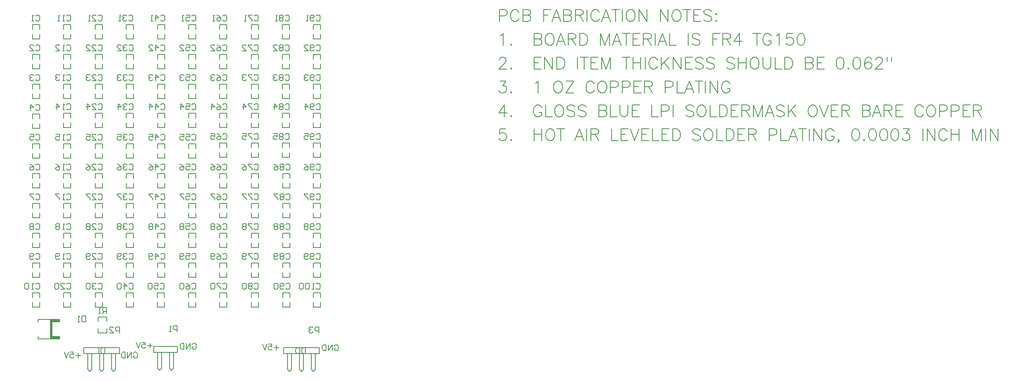
<source format=gbo>
G04 CAM350 V10.1.0 (Build 363) Date:  Mon Jun 15 21:36:37 2015 *
G04 Database: (Untitled) *
G04 Layer 2: PCB1.GBO *
%FSLAX25Y25*%
%MOIN*%
%SFA1.000B1.000*%

%MIA0B0*%
%IPPOS*%
%ADD33R,0.06200X0.02000*%
%ADD34R,0.06200X0.01900*%
%ADD35R,0.01900X0.16100*%
%ADD53C,0.00800*%
%ADD54C,0.00787*%
%ADD55C,0.00600*%
%LNPCB1.GBO*%
%LPD*%
G54D33*
X149400Y220900D03*
G54D34*
Y207150D03*
G54D35*
X145550Y214050D03*
G54D53*
X134500Y205900D02*
G01X152500D01*
X134500D02*
G01Y207750D01*
X152500Y205900D02*
G01Y207750D01*
Y220250D02*
G01Y222100D01*
X134500Y220250D02*
G01Y222100D01*
X152500*
X235000Y440500D02*
G01Y444500D01*
X241000*
Y440500D02*
G01Y444500D01*
X235000Y432500D02*
G01Y436500D01*
Y432500D02*
G01X241000D01*
Y436500*
X192200Y210700D02*
G01Y214500D01*
X184800Y220500D02*
G01Y224300D01*
X192200*
Y220500D02*
G01Y224300D01*
X184800Y210700D02*
G01Y214500D01*
Y210700D02*
G01X192200D01*
X136000Y457500D02*
G01Y461500D01*
X130000Y457500D02*
G01X136000D01*
X130000D02*
G01Y461500D01*
X136000Y465500D02*
G01Y469500D01*
X130000D02*
G01X136000D01*
X130000Y465500D02*
G01Y469500D01*
X136000Y432500D02*
G01Y436500D01*
X130000Y432500D02*
G01X136000D01*
X130000D02*
G01Y436500D01*
X136000Y440500D02*
G01Y444500D01*
X130000D02*
G01X136000D01*
X130000Y440500D02*
G01Y444500D01*
X136000Y407500D02*
G01Y411500D01*
X130000Y407500D02*
G01X136000D01*
X130000D02*
G01Y411500D01*
X136000Y415500D02*
G01Y419500D01*
X130000D02*
G01X136000D01*
X130000Y415500D02*
G01Y419500D01*
X136000Y382500D02*
G01Y386500D01*
X130000Y382500D02*
G01X136000D01*
X130000D02*
G01Y386500D01*
X136000Y390500D02*
G01Y394500D01*
X130000D02*
G01X136000D01*
X130000Y390500D02*
G01Y394500D01*
X136000Y357500D02*
G01Y361500D01*
X130000Y357500D02*
G01X136000D01*
X130000D02*
G01Y361500D01*
X136000Y365500D02*
G01Y369500D01*
X130000D02*
G01X136000D01*
X130000Y365500D02*
G01Y369500D01*
X136000Y332500D02*
G01Y336500D01*
X130000Y332500D02*
G01X136000D01*
X130000D02*
G01Y336500D01*
X136000Y340500D02*
G01Y344500D01*
X130000D02*
G01X136000D01*
X130000Y340500D02*
G01Y344500D01*
X136000Y307500D02*
G01Y311500D01*
X130000Y307500D02*
G01X136000D01*
X130000D02*
G01Y311500D01*
X136000Y315500D02*
G01Y319500D01*
X130000D02*
G01X136000D01*
X130000Y315500D02*
G01Y319500D01*
X136000Y282500D02*
G01Y286500D01*
X130000Y282500D02*
G01X136000D01*
X130000D02*
G01Y286500D01*
X136000Y290500D02*
G01Y294500D01*
X130000D02*
G01X136000D01*
X130000Y290500D02*
G01Y294500D01*
X136000Y257500D02*
G01Y261500D01*
X130000Y257500D02*
G01X136000D01*
X130000D02*
G01Y261500D01*
X136000Y265500D02*
G01Y269500D01*
X130000D02*
G01X136000D01*
X130000Y265500D02*
G01Y269500D01*
X136000Y232500D02*
G01Y236500D01*
X130000Y232500D02*
G01X136000D01*
X130000D02*
G01Y236500D01*
X136000Y240500D02*
G01Y244500D01*
X130000D02*
G01X136000D01*
X130000Y240500D02*
G01Y244500D01*
X162000Y457500D02*
G01Y461500D01*
X156000Y457500D02*
G01X162000D01*
X156000D02*
G01Y461500D01*
X162000Y465500D02*
G01Y469500D01*
X156000D02*
G01X162000D01*
X156000Y465500D02*
G01Y469500D01*
X162000Y432500D02*
G01Y436500D01*
X156000Y432500D02*
G01X162000D01*
X156000D02*
G01Y436500D01*
X162000Y440500D02*
G01Y444500D01*
X156000D02*
G01X162000D01*
X156000Y440500D02*
G01Y444500D01*
X162000Y407500D02*
G01Y411500D01*
X156000Y407500D02*
G01X162000D01*
X156000D02*
G01Y411500D01*
X162000Y415500D02*
G01Y419500D01*
X156000D02*
G01X162000D01*
X156000Y415500D02*
G01Y419500D01*
X162000Y383000D02*
G01Y387000D01*
X156000Y383000D02*
G01X162000D01*
X156000D02*
G01Y387000D01*
X162000Y391000D02*
G01Y395000D01*
X156000D02*
G01X162000D01*
X156000Y391000D02*
G01Y395000D01*
X162000Y357500D02*
G01Y361500D01*
X156000Y357500D02*
G01X162000D01*
X156000D02*
G01Y361500D01*
X162000Y365500D02*
G01Y369500D01*
X156000D02*
G01X162000D01*
X156000Y365500D02*
G01Y369500D01*
X162000Y332500D02*
G01Y336500D01*
X156000Y332500D02*
G01X162000D01*
X156000D02*
G01Y336500D01*
X162000Y340500D02*
G01Y344500D01*
X156000D02*
G01X162000D01*
X156000Y340500D02*
G01Y344500D01*
X162000Y307500D02*
G01Y311500D01*
X156000Y307500D02*
G01X162000D01*
X156000D02*
G01Y311500D01*
X162000Y315500D02*
G01Y319500D01*
X156000D02*
G01X162000D01*
X156000Y315500D02*
G01Y319500D01*
X162000Y282500D02*
G01Y286500D01*
X156000Y282500D02*
G01X162000D01*
X156000D02*
G01Y286500D01*
X162000Y290500D02*
G01Y294500D01*
X156000D02*
G01X162000D01*
X156000Y290500D02*
G01Y294500D01*
X162000Y257500D02*
G01Y261500D01*
X156000Y257500D02*
G01X162000D01*
X156000D02*
G01Y261500D01*
X162000Y265500D02*
G01Y269500D01*
X156000D02*
G01X162000D01*
X156000Y265500D02*
G01Y269500D01*
X162000Y232500D02*
G01Y236500D01*
X156000Y232500D02*
G01X162000D01*
X156000D02*
G01Y236500D01*
X162000Y240500D02*
G01Y244500D01*
X156000D02*
G01X162000D01*
X156000Y240500D02*
G01Y244500D01*
X188500Y457500D02*
G01Y461500D01*
X182500Y457500D02*
G01X188500D01*
X182500D02*
G01Y461500D01*
X188500Y465500D02*
G01Y469500D01*
X182500D02*
G01X188500D01*
X182500Y465500D02*
G01Y469500D01*
X188500Y432500D02*
G01Y436500D01*
X182500Y432500D02*
G01X188500D01*
X182500D02*
G01Y436500D01*
X188500Y440500D02*
G01Y444500D01*
X182500D02*
G01X188500D01*
X182500Y440500D02*
G01Y444500D01*
X188500Y407500D02*
G01Y411500D01*
X182500Y407500D02*
G01X188500D01*
X182500D02*
G01Y411500D01*
X188500Y415500D02*
G01Y419500D01*
X182500D02*
G01X188500D01*
X182500Y415500D02*
G01Y419500D01*
X188500Y383000D02*
G01Y387000D01*
X182500Y383000D02*
G01X188500D01*
X182500D02*
G01Y387000D01*
X188500Y391000D02*
G01Y395000D01*
X182500D02*
G01X188500D01*
X182500Y391000D02*
G01Y395000D01*
X188500Y357500D02*
G01Y361500D01*
X182500Y357500D02*
G01X188500D01*
X182500D02*
G01Y361500D01*
X188500Y365500D02*
G01Y369500D01*
X182500D02*
G01X188500D01*
X182500Y365500D02*
G01Y369500D01*
X188500Y332500D02*
G01Y336500D01*
X182500Y332500D02*
G01X188500D01*
X182500D02*
G01Y336500D01*
X188500Y340500D02*
G01Y344500D01*
X182500D02*
G01X188500D01*
X182500Y340500D02*
G01Y344500D01*
X188500Y307500D02*
G01Y311500D01*
X182500Y307500D02*
G01X188500D01*
X182500D02*
G01Y311500D01*
X188500Y315500D02*
G01Y319500D01*
X182500D02*
G01X188500D01*
X182500Y315500D02*
G01Y319500D01*
X188500Y282500D02*
G01Y286500D01*
X182500Y282500D02*
G01X188500D01*
X182500D02*
G01Y286500D01*
X188500Y290500D02*
G01Y294500D01*
X182500D02*
G01X188500D01*
X182500Y290500D02*
G01Y294500D01*
X188500Y257500D02*
G01Y261500D01*
X182500Y257500D02*
G01X188500D01*
X182500D02*
G01Y261500D01*
X188500Y265500D02*
G01Y269500D01*
X182500D02*
G01X188500D01*
X182500Y265500D02*
G01Y269500D01*
X188500Y232500D02*
G01Y236500D01*
X182500Y232500D02*
G01X188500D01*
X182500D02*
G01Y236500D01*
X188500Y240500D02*
G01Y244500D01*
X182500D02*
G01X188500D01*
X182500Y240500D02*
G01Y244500D01*
X214500Y457500D02*
G01Y461500D01*
X208500Y457500D02*
G01X214500D01*
X208500D02*
G01Y461500D01*
X214500Y465500D02*
G01Y469500D01*
X208500D02*
G01X214500D01*
X208500Y465500D02*
G01Y469500D01*
X214500Y432500D02*
G01Y436500D01*
X208500Y432500D02*
G01X214500D01*
X208500D02*
G01Y436500D01*
X214500Y440500D02*
G01Y444500D01*
X208500D02*
G01X214500D01*
X208500Y440500D02*
G01Y444500D01*
X214500Y407500D02*
G01Y411500D01*
X208500Y407500D02*
G01X214500D01*
X208500D02*
G01Y411500D01*
X214500Y415500D02*
G01Y419500D01*
X208500D02*
G01X214500D01*
X208500Y415500D02*
G01Y419500D01*
X214500Y383000D02*
G01Y387000D01*
X208500Y383000D02*
G01X214500D01*
X208500D02*
G01Y387000D01*
X214500Y391000D02*
G01Y395000D01*
X208500D02*
G01X214500D01*
X208500Y391000D02*
G01Y395000D01*
X214500Y357500D02*
G01Y361500D01*
X208500Y357500D02*
G01X214500D01*
X208500D02*
G01Y361500D01*
X214500Y365500D02*
G01Y369500D01*
X208500D02*
G01X214500D01*
X208500Y365500D02*
G01Y369500D01*
X214500Y332500D02*
G01Y336500D01*
X208500Y332500D02*
G01X214500D01*
X208500D02*
G01Y336500D01*
X214500Y340500D02*
G01Y344500D01*
X208500D02*
G01X214500D01*
X208500Y340500D02*
G01Y344500D01*
X214500Y307500D02*
G01Y311500D01*
X208500Y307500D02*
G01X214500D01*
X208500D02*
G01Y311500D01*
X214500Y315500D02*
G01Y319500D01*
X208500D02*
G01X214500D01*
X208500Y315500D02*
G01Y319500D01*
X214500Y282500D02*
G01Y286500D01*
X208500Y282500D02*
G01X214500D01*
X208500D02*
G01Y286500D01*
X214500Y290500D02*
G01Y294500D01*
X208500D02*
G01X214500D01*
X208500Y290500D02*
G01Y294500D01*
X214500Y257500D02*
G01Y261500D01*
X208500Y257500D02*
G01X214500D01*
X208500D02*
G01Y261500D01*
X214500Y265500D02*
G01Y269500D01*
X208500D02*
G01X214500D01*
X208500Y265500D02*
G01Y269500D01*
X214500Y232500D02*
G01Y236500D01*
X208500Y232500D02*
G01X214500D01*
X208500D02*
G01Y236500D01*
X214500Y240500D02*
G01Y244500D01*
X208500D02*
G01X214500D01*
X208500Y240500D02*
G01Y244500D01*
X241000Y457500D02*
G01Y461500D01*
X235000Y457500D02*
G01X241000D01*
X235000D02*
G01Y461500D01*
X241000Y465500D02*
G01Y469500D01*
X235000D02*
G01X241000D01*
X235000Y465500D02*
G01Y469500D01*
X241000Y407500D02*
G01Y411500D01*
X235000Y407500D02*
G01X241000D01*
X235000D02*
G01Y411500D01*
X241000Y415500D02*
G01Y419500D01*
X235000D02*
G01X241000D01*
X235000Y415500D02*
G01Y419500D01*
X241000Y383000D02*
G01Y387000D01*
X235000Y383000D02*
G01X241000D01*
X235000D02*
G01Y387000D01*
X241000Y391000D02*
G01Y395000D01*
X235000D02*
G01X241000D01*
X235000Y391000D02*
G01Y395000D01*
X241000Y357500D02*
G01Y361500D01*
X235000Y357500D02*
G01X241000D01*
X235000D02*
G01Y361500D01*
X241000Y365500D02*
G01Y369500D01*
X235000D02*
G01X241000D01*
X235000Y365500D02*
G01Y369500D01*
X241000Y332500D02*
G01Y336500D01*
X235000Y332500D02*
G01X241000D01*
X235000D02*
G01Y336500D01*
X241000Y340500D02*
G01Y344500D01*
X235000D02*
G01X241000D01*
X235000Y340500D02*
G01Y344500D01*
X241000Y307500D02*
G01Y311500D01*
X235000Y307500D02*
G01X241000D01*
X235000D02*
G01Y311500D01*
X241000Y315500D02*
G01Y319500D01*
X235000D02*
G01X241000D01*
X235000Y315500D02*
G01Y319500D01*
X241000Y282500D02*
G01Y286500D01*
X235000Y282500D02*
G01X241000D01*
X235000D02*
G01Y286500D01*
X241000Y290500D02*
G01Y294500D01*
X235000D02*
G01X241000D01*
X235000Y290500D02*
G01Y294500D01*
X241000Y257500D02*
G01Y261500D01*
X235000Y257500D02*
G01X241000D01*
X235000D02*
G01Y261500D01*
X241000Y265500D02*
G01Y269500D01*
X235000D02*
G01X241000D01*
X235000Y265500D02*
G01Y269500D01*
X240500Y232500D02*
G01Y236500D01*
X234500Y232500D02*
G01X240500D01*
X234500D02*
G01Y236500D01*
X240500Y240500D02*
G01Y244500D01*
X234500D02*
G01X240500D01*
X234500Y240500D02*
G01Y244500D01*
X267000Y457500D02*
G01Y461500D01*
X261000Y457500D02*
G01X267000D01*
X261000D02*
G01Y461500D01*
X267000Y465500D02*
G01Y469500D01*
X261000D02*
G01X267000D01*
X261000Y465500D02*
G01Y469500D01*
X267000Y432500D02*
G01Y436500D01*
X261000Y432500D02*
G01X267000D01*
X261000D02*
G01Y436500D01*
X267000Y440500D02*
G01Y444500D01*
X261000D02*
G01X267000D01*
X261000Y440500D02*
G01Y444500D01*
X267000Y407500D02*
G01Y411500D01*
X261000Y407500D02*
G01X267000D01*
X261000D02*
G01Y411500D01*
X267000Y415500D02*
G01Y419500D01*
X261000D02*
G01X267000D01*
X261000Y415500D02*
G01Y419500D01*
X267000Y383000D02*
G01Y387000D01*
X261000Y383000D02*
G01X267000D01*
X261000D02*
G01Y387000D01*
X267000Y391000D02*
G01Y395000D01*
X261000D02*
G01X267000D01*
X261000Y391000D02*
G01Y395000D01*
X267000Y357500D02*
G01Y361500D01*
X261000Y357500D02*
G01X267000D01*
X261000D02*
G01Y361500D01*
X267000Y365500D02*
G01Y369500D01*
X261000D02*
G01X267000D01*
X261000Y365500D02*
G01Y369500D01*
X267000Y332500D02*
G01Y336500D01*
X261000Y332500D02*
G01X267000D01*
X261000D02*
G01Y336500D01*
X267000Y340500D02*
G01Y344500D01*
X261000D02*
G01X267000D01*
X261000Y340500D02*
G01Y344500D01*
X267000Y307500D02*
G01Y311500D01*
X261000Y307500D02*
G01X267000D01*
X261000D02*
G01Y311500D01*
X267000Y315500D02*
G01Y319500D01*
X261000D02*
G01X267000D01*
X261000Y315500D02*
G01Y319500D01*
X267000Y282500D02*
G01Y286500D01*
X261000Y282500D02*
G01X267000D01*
X261000D02*
G01Y286500D01*
X267000Y290500D02*
G01Y294500D01*
X261000D02*
G01X267000D01*
X261000Y290500D02*
G01Y294500D01*
X267000Y257500D02*
G01Y261500D01*
X261000Y257500D02*
G01X267000D01*
X261000D02*
G01Y261500D01*
X267000Y265500D02*
G01Y269500D01*
X261000D02*
G01X267000D01*
X261000Y265500D02*
G01Y269500D01*
X267000Y232500D02*
G01Y236500D01*
X261000Y232500D02*
G01X267000D01*
X261000D02*
G01Y236500D01*
X267000Y240500D02*
G01Y244500D01*
X261000D02*
G01X267000D01*
X261000Y240500D02*
G01Y244500D01*
X293000Y457500D02*
G01Y461500D01*
X287000Y457500D02*
G01X293000D01*
X287000D02*
G01Y461500D01*
X293000Y465500D02*
G01Y469500D01*
X287000D02*
G01X293000D01*
X287000Y465500D02*
G01Y469500D01*
X293000Y432500D02*
G01Y436500D01*
X287000Y432500D02*
G01X293000D01*
X287000D02*
G01Y436500D01*
X293000Y440500D02*
G01Y444500D01*
X287000D02*
G01X293000D01*
X287000Y440500D02*
G01Y444500D01*
X293000Y407500D02*
G01Y411500D01*
X287000Y407500D02*
G01X293000D01*
X287000D02*
G01Y411500D01*
X293000Y415500D02*
G01Y419500D01*
X287000D02*
G01X293000D01*
X287000Y415500D02*
G01Y419500D01*
X293000Y383000D02*
G01Y387000D01*
X287000Y383000D02*
G01X293000D01*
X287000D02*
G01Y387000D01*
X293000Y391000D02*
G01Y395000D01*
X287000D02*
G01X293000D01*
X287000Y391000D02*
G01Y395000D01*
X293000Y358000D02*
G01Y362000D01*
X287000Y358000D02*
G01X293000D01*
X287000D02*
G01Y362000D01*
X293000Y366000D02*
G01Y370000D01*
X287000D02*
G01X293000D01*
X287000Y366000D02*
G01Y370000D01*
X293000Y332500D02*
G01Y336500D01*
X287000Y332500D02*
G01X293000D01*
X287000D02*
G01Y336500D01*
X293000Y340500D02*
G01Y344500D01*
X287000D02*
G01X293000D01*
X287000Y340500D02*
G01Y344500D01*
X293000Y307500D02*
G01Y311500D01*
X287000Y307500D02*
G01X293000D01*
X287000D02*
G01Y311500D01*
X293000Y315500D02*
G01Y319500D01*
X287000D02*
G01X293000D01*
X287000Y315500D02*
G01Y319500D01*
X293000Y282500D02*
G01Y286500D01*
X287000Y282500D02*
G01X293000D01*
X287000D02*
G01Y286500D01*
X293000Y290500D02*
G01Y294500D01*
X287000D02*
G01X293000D01*
X287000Y290500D02*
G01Y294500D01*
X293000Y257500D02*
G01Y261500D01*
X287000Y257500D02*
G01X293000D01*
X287000D02*
G01Y261500D01*
X293000Y265500D02*
G01Y269500D01*
X287000D02*
G01X293000D01*
X287000Y265500D02*
G01Y269500D01*
X293000Y232500D02*
G01Y236500D01*
X287000Y232500D02*
G01X293000D01*
X287000D02*
G01Y236500D01*
X293000Y240500D02*
G01Y244500D01*
X287000D02*
G01X293000D01*
X287000Y240500D02*
G01Y244500D01*
X319500Y457500D02*
G01Y461500D01*
X313500Y457500D02*
G01X319500D01*
X313500D02*
G01Y461500D01*
X319500Y465500D02*
G01Y469500D01*
X313500D02*
G01X319500D01*
X313500Y465500D02*
G01Y469500D01*
X319500Y432500D02*
G01Y436500D01*
X313500Y432500D02*
G01X319500D01*
X313500D02*
G01Y436500D01*
X319500Y440500D02*
G01Y444500D01*
X313500D02*
G01X319500D01*
X313500Y440500D02*
G01Y444500D01*
X319500Y407500D02*
G01Y411500D01*
X313500Y407500D02*
G01X319500D01*
X313500D02*
G01Y411500D01*
X319500Y415500D02*
G01Y419500D01*
X313500D02*
G01X319500D01*
X313500Y415500D02*
G01Y419500D01*
X319500Y383000D02*
G01Y387000D01*
X313500Y383000D02*
G01X319500D01*
X313500D02*
G01Y387000D01*
X319500Y391000D02*
G01Y395000D01*
X313500D02*
G01X319500D01*
X313500Y391000D02*
G01Y395000D01*
X319500Y358000D02*
G01Y362000D01*
X313500Y358000D02*
G01X319500D01*
X313500D02*
G01Y362000D01*
X319500Y366000D02*
G01Y370000D01*
X313500D02*
G01X319500D01*
X313500Y366000D02*
G01Y370000D01*
X319500Y332500D02*
G01Y336500D01*
X313500Y332500D02*
G01X319500D01*
X313500D02*
G01Y336500D01*
X319500Y340500D02*
G01Y344500D01*
X313500D02*
G01X319500D01*
X313500Y340500D02*
G01Y344500D01*
X319500Y307500D02*
G01Y311500D01*
X313500Y307500D02*
G01X319500D01*
X313500D02*
G01Y311500D01*
X319500Y315500D02*
G01Y319500D01*
X313500D02*
G01X319500D01*
X313500Y315500D02*
G01Y319500D01*
X319500Y282500D02*
G01Y286500D01*
X313500Y282500D02*
G01X319500D01*
X313500D02*
G01Y286500D01*
X319500Y290500D02*
G01Y294500D01*
X313500D02*
G01X319500D01*
X313500Y290500D02*
G01Y294500D01*
X319500Y257500D02*
G01Y261500D01*
X313500Y257500D02*
G01X319500D01*
X313500D02*
G01Y261500D01*
X319500Y265500D02*
G01Y269500D01*
X313500D02*
G01X319500D01*
X313500Y265500D02*
G01Y269500D01*
X319500Y232500D02*
G01Y236500D01*
X313500Y232500D02*
G01X319500D01*
X313500D02*
G01Y236500D01*
X319500Y240500D02*
G01Y244500D01*
X313500D02*
G01X319500D01*
X313500Y240500D02*
G01Y244500D01*
X345500Y457500D02*
G01Y461500D01*
X339500Y457500D02*
G01X345500D01*
X339500D02*
G01Y461500D01*
X345500Y465500D02*
G01Y469500D01*
X339500D02*
G01X345500D01*
X339500Y465500D02*
G01Y469500D01*
X345500Y432500D02*
G01Y436500D01*
X339500Y432500D02*
G01X345500D01*
X339500D02*
G01Y436500D01*
X345500Y440500D02*
G01Y444500D01*
X339500D02*
G01X345500D01*
X339500Y440500D02*
G01Y444500D01*
X345500Y407500D02*
G01Y411500D01*
X339500Y407500D02*
G01X345500D01*
X339500D02*
G01Y411500D01*
X345500Y415500D02*
G01Y419500D01*
X339500D02*
G01X345500D01*
X339500Y415500D02*
G01Y419500D01*
X345500Y383000D02*
G01Y387000D01*
X339500Y383000D02*
G01X345500D01*
X339500D02*
G01Y387000D01*
X345500Y391000D02*
G01Y395000D01*
X339500D02*
G01X345500D01*
X339500Y391000D02*
G01Y395000D01*
X345500Y358000D02*
G01Y362000D01*
X339500Y358000D02*
G01X345500D01*
X339500D02*
G01Y362000D01*
X345500Y366000D02*
G01Y370000D01*
X339500D02*
G01X345500D01*
X339500Y366000D02*
G01Y370000D01*
X346000Y332500D02*
G01Y336500D01*
X340000Y332500D02*
G01X346000D01*
X340000D02*
G01Y336500D01*
X346000Y340500D02*
G01Y344500D01*
X340000D02*
G01X346000D01*
X340000Y340500D02*
G01Y344500D01*
X346000Y307500D02*
G01Y311500D01*
X340000Y307500D02*
G01X346000D01*
X340000D02*
G01Y311500D01*
X346000Y315500D02*
G01Y319500D01*
X340000D02*
G01X346000D01*
X340000Y315500D02*
G01Y319500D01*
X346000Y282500D02*
G01Y286500D01*
X340000Y282500D02*
G01X346000D01*
X340000D02*
G01Y286500D01*
X346000Y290500D02*
G01Y294500D01*
X340000D02*
G01X346000D01*
X340000Y290500D02*
G01Y294500D01*
X346000Y257500D02*
G01Y261500D01*
X340000Y257500D02*
G01X346000D01*
X340000D02*
G01Y261500D01*
X346000Y265500D02*
G01Y269500D01*
X340000D02*
G01X346000D01*
X340000Y265500D02*
G01Y269500D01*
X346000Y232500D02*
G01Y236500D01*
X340000Y232500D02*
G01X346000D01*
X340000D02*
G01Y236500D01*
X346000Y240500D02*
G01Y244500D01*
X340000D02*
G01X346000D01*
X340000Y240500D02*
G01Y244500D01*
X371500Y457500D02*
G01Y461500D01*
X365500Y457500D02*
G01X371500D01*
X365500D02*
G01Y461500D01*
X371500Y465500D02*
G01Y469500D01*
X365500D02*
G01X371500D01*
X365500Y465500D02*
G01Y469500D01*
X371500Y432500D02*
G01Y436500D01*
X365500Y432500D02*
G01X371500D01*
X365500D02*
G01Y436500D01*
X371500Y440500D02*
G01Y444500D01*
X365500D02*
G01X371500D01*
X365500Y440500D02*
G01Y444500D01*
X371500Y407500D02*
G01Y411500D01*
X365500Y407500D02*
G01X371500D01*
X365500D02*
G01Y411500D01*
X371500Y415500D02*
G01Y419500D01*
X365500D02*
G01X371500D01*
X365500Y415500D02*
G01Y419500D01*
X371500Y383000D02*
G01Y387000D01*
X365500Y383000D02*
G01X371500D01*
X365500D02*
G01Y387000D01*
X371500Y391000D02*
G01Y395000D01*
X365500D02*
G01X371500D01*
X365500Y391000D02*
G01Y395000D01*
X371500Y358000D02*
G01Y362000D01*
X365500Y358000D02*
G01X371500D01*
X365500D02*
G01Y362000D01*
X371500Y366000D02*
G01Y370000D01*
X365500D02*
G01X371500D01*
X365500Y366000D02*
G01Y370000D01*
X371500Y332500D02*
G01Y336500D01*
X365500Y332500D02*
G01X371500D01*
X365500D02*
G01Y336500D01*
X371500Y340500D02*
G01Y344500D01*
X365500D02*
G01X371500D01*
X365500Y340500D02*
G01Y344500D01*
X371500Y307500D02*
G01Y311500D01*
X365500Y307500D02*
G01X371500D01*
X365500D02*
G01Y311500D01*
X371500Y315500D02*
G01Y319500D01*
X365500D02*
G01X371500D01*
X365500Y315500D02*
G01Y319500D01*
X371500Y282500D02*
G01Y286500D01*
X365500Y282500D02*
G01X371500D01*
X365500D02*
G01Y286500D01*
X371500Y290500D02*
G01Y294500D01*
X365500D02*
G01X371500D01*
X365500Y290500D02*
G01Y294500D01*
X371500Y257500D02*
G01Y261500D01*
X365500Y257500D02*
G01X371500D01*
X365500D02*
G01Y261500D01*
X371500Y265500D02*
G01Y269500D01*
X365500D02*
G01X371500D01*
X365500Y265500D02*
G01Y269500D01*
X371500Y232500D02*
G01Y236500D01*
X365500Y232500D02*
G01X371500D01*
X365500D02*
G01Y236500D01*
X371500Y240500D02*
G01Y244500D01*
X365500D02*
G01X371500D01*
X365500Y240500D02*
G01Y244500D01*
G54D54*
X231500Y194500D02*
G01X251500D01*
X231500D02*
G01Y199500D01*
X251500Y194500D02*
G01Y199500D01*
X231500D02*
G01X251500D01*
X248167Y181167D02*
G01Y194500D01*
X246500Y179500D02*
G01X248167Y181167D01*
X244833D02*
G01X246500Y179500D01*
X244833Y181167D02*
G01Y194500D01*
X238167Y181167D02*
G01Y194500D01*
X236500Y179500D02*
G01X238167Y181167D01*
X234833D02*
G01X236500Y179500D01*
X234833Y181167D02*
G01Y194500D01*
X173000Y193500D02*
G01X203000D01*
X173000D02*
G01Y198500D01*
X203000Y193500D02*
G01Y198500D01*
X173000D02*
G01X203000D01*
X199667Y180167D02*
G01Y193500D01*
X198000Y178500D02*
G01X199667Y180167D01*
X196333D02*
G01X198000Y178500D01*
X196333Y180167D02*
G01Y193500D01*
X189667Y180167D02*
G01Y193500D01*
X188000Y178500D02*
G01X189667Y180167D01*
X186333D02*
G01X188000Y178500D01*
X186333Y180167D02*
G01Y193500D01*
X179667Y180167D02*
G01Y193500D01*
X178000Y178500D02*
G01X179667Y180167D01*
X176333D02*
G01X178000Y178500D01*
X176333Y180167D02*
G01Y193500D01*
X343833Y180167D02*
G01Y193500D01*
Y180167D02*
G01X345500Y178500D01*
X347167Y180167*
Y193500*
X353833Y180167D02*
G01Y193500D01*
Y180167D02*
G01X355500Y178500D01*
X357167Y180167*
Y193500*
X363833Y180167D02*
G01Y193500D01*
Y180167D02*
G01X365500Y178500D01*
X367167Y180167*
Y193500*
X340500Y198500D02*
G01X370500D01*
Y193500D02*
G01Y198500D01*
X340500Y193500D02*
G01Y198500D01*
Y193500D02*
G01X370500D01*
G54D55*
X237468Y451665D02*
G01X238301Y452498D01*
X239967*
X240800Y451665*
Y448333*
X239967Y447500*
X238301*
X237468Y448333*
X233302Y447500D02*
G01Y452498D01*
X235802Y449999*
X232469*
X227471Y447500D02*
G01X230803D01*
X227471Y450832*
Y451665*
X228304Y452498*
X229970*
X230803Y451665*
X192000Y227300D02*
G01Y232298D01*
X189501*
X188668Y231465*
Y229799*
X189501Y228966*
X192000*
X190334D02*
G01X188668Y227300D01*
X187002D02*
G01X185336D01*
X186169*
Y232298*
X187002Y231465*
X174500Y224998D02*
G01Y220000D01*
X172001*
X171168Y220833*
Y224165*
X172001Y224998*
X174500*
X169502Y220000D02*
G01X167835D01*
X168669*
Y224998*
X169502Y224165*
X251300Y211900D02*
G01Y216898D01*
X248801*
X247968Y216065*
Y214399*
X248801Y213566*
X251300*
X246302Y211900D02*
G01X244636D01*
X245469*
Y216898*
X246302Y216065*
X202800Y210900D02*
G01Y215898D01*
X200301*
X199468Y215065*
Y213399*
X200301Y212566*
X202800*
X194469Y210900D02*
G01X197802D01*
X194469Y214232*
Y215065*
X195302Y215898*
X196969*
X197802Y215065*
X370300Y210900D02*
G01Y215898D01*
X367801*
X366968Y215065*
Y213399*
X367801Y212566*
X370300*
X365302Y215065D02*
G01X364469Y215898D01*
X362802*
X361969Y215065*
Y214232*
X362802Y213399*
X363635*
X362802*
X361969Y212566*
Y211733*
X362802Y210900*
X364469*
X365302Y211733*
X132468Y476665D02*
G01X133301Y477498D01*
X134967*
X135800Y476665*
Y473333*
X134967Y472500*
X133301*
X132468Y473333*
X130802Y472500D02*
G01X129136D01*
X129969*
Y477498*
X130802Y476665*
X132468Y451665D02*
G01X133301Y452498D01*
X134967*
X135800Y451665*
Y448333*
X134967Y447500*
X133301*
X132468Y448333*
X127469Y447500D02*
G01X130802D01*
X127469Y450832*
Y451665*
X128302Y452498*
X129969*
X130802Y451665*
X132468Y426665D02*
G01X133301Y427498D01*
X134967*
X135800Y426665*
Y423333*
X134967Y422500*
X133301*
X132468Y423333*
X130802Y426665D02*
G01X129969Y427498D01*
X128302*
X127469Y426665*
Y425832*
X128302Y424999*
X129136*
X128302*
X127469Y424166*
Y423333*
X128302Y422500*
X129969*
X130802Y423333*
X132468Y401665D02*
G01X133301Y402498D01*
X134967*
X135800Y401665*
Y398333*
X134967Y397500*
X133301*
X132468Y398333*
X128302Y397500D02*
G01Y402498D01*
X130802Y399999*
X127469*
X132468Y376665D02*
G01X133301Y377498D01*
X134967*
X135800Y376665*
Y373333*
X134967Y372500*
X133301*
X132468Y373333*
X127469Y377498D02*
G01X130802D01*
Y374999*
X129136Y375832*
X128302*
X127469Y374999*
Y373333*
X128302Y372500*
X129969*
X130802Y373333*
X132468Y351665D02*
G01X133301Y352498D01*
X134967*
X135800Y351665*
Y348333*
X134967Y347500*
X133301*
X132468Y348333*
X127469Y352498D02*
G01X129136Y351665D01*
X130802Y349999*
Y348333*
X129969Y347500*
X128302*
X127469Y348333*
Y349166*
X128302Y349999*
X130802*
X132468Y326665D02*
G01X133301Y327498D01*
X134967*
X135800Y326665*
Y323333*
X134967Y322500*
X133301*
X132468Y323333*
X130802Y327498D02*
G01X127469D01*
Y326665*
X130802Y323333*
Y322500*
X132468Y301665D02*
G01X133301Y302498D01*
X134967*
X135800Y301665*
Y298333*
X134967Y297500*
X133301*
X132468Y298333*
X130802Y301665D02*
G01X129969Y302498D01*
X128302*
X127469Y301665*
Y300832*
X128302Y299999*
X127469Y299166*
Y298333*
X128302Y297500*
X129969*
X130802Y298333*
Y299166*
X129969Y299999*
X130802Y300832*
Y301665*
X129969Y299999D02*
G01X128302D01*
X132468Y276665D02*
G01X133301Y277498D01*
X134967*
X135800Y276665*
Y273333*
X134967Y272500*
X133301*
X132468Y273333*
X130802D02*
G01X129969Y272500D01*
X128302*
X127469Y273333*
Y276665*
X128302Y277498*
X129969*
X130802Y276665*
Y275832*
X129969Y274999*
X127469*
X132468Y251665D02*
G01X133301Y252498D01*
X134967*
X135800Y251665*
Y248333*
X134967Y247500*
X133301*
X132468Y248333*
X130802Y247500D02*
G01X129136D01*
X129969*
Y252498*
X130802Y251665*
X126636D02*
G01X125803Y252498D01*
X124137*
X123304Y251665*
Y248333*
X124137Y247500*
X125803*
X126636Y248333*
Y251665*
X158468Y476665D02*
G01X159301Y477498D01*
X160967*
X161800Y476665*
Y473333*
X160967Y472500*
X159301*
X158468Y473333*
X156802Y472500D02*
G01X155136D01*
X155969*
Y477498*
X156802Y476665*
X152636Y472500D02*
G01X150970D01*
X151803*
Y477498*
X152636Y476665*
X158468Y451665D02*
G01X159301Y452498D01*
X160967*
X161800Y451665*
Y448333*
X160967Y447500*
X159301*
X158468Y448333*
X156802Y447500D02*
G01X155136D01*
X155969*
Y452498*
X156802Y451665*
X149304Y447500D02*
G01X152636D01*
X149304Y450832*
Y451665*
X150137Y452498*
X151803*
X152636Y451665*
X158468Y426665D02*
G01X159301Y427498D01*
X160967*
X161800Y426665*
Y423333*
X160967Y422500*
X159301*
X158468Y423333*
X156802Y422500D02*
G01X155136D01*
X155969*
Y427498*
X156802Y426665*
X152636D02*
G01X151803Y427498D01*
X150137*
X149304Y426665*
Y425832*
X150137Y424999*
X150970*
X150137*
X149304Y424166*
Y423333*
X150137Y422500*
X151803*
X152636Y423333*
X158468Y402165D02*
G01X159301Y402998D01*
X160967*
X161800Y402165*
Y398833*
X160967Y398000*
X159301*
X158468Y398833*
X156802Y398000D02*
G01X155136D01*
X155969*
Y402998*
X156802Y402165*
X150137Y398000D02*
G01Y402998D01*
X152636Y400499*
X149304*
X158468Y376665D02*
G01X159301Y377498D01*
X160967*
X161800Y376665*
Y373333*
X160967Y372500*
X159301*
X158468Y373333*
X156802Y372500D02*
G01X155136D01*
X155969*
Y377498*
X156802Y376665*
X149304Y377498D02*
G01X152636D01*
Y374999*
X150970Y375832*
X150137*
X149304Y374999*
Y373333*
X150137Y372500*
X151803*
X152636Y373333*
X158468Y351665D02*
G01X159301Y352498D01*
X160967*
X161800Y351665*
Y348333*
X160967Y347500*
X159301*
X158468Y348333*
X156802Y347500D02*
G01X155136D01*
X155969*
Y352498*
X156802Y351665*
X149304Y352498D02*
G01X150970Y351665D01*
X152636Y349999*
Y348333*
X151803Y347500*
X150137*
X149304Y348333*
Y349166*
X150137Y349999*
X152636*
X158468Y326665D02*
G01X159301Y327498D01*
X160967*
X161800Y326665*
Y323333*
X160967Y322500*
X159301*
X158468Y323333*
X156802Y322500D02*
G01X155136D01*
X155969*
Y327498*
X156802Y326665*
X152636Y327498D02*
G01X149304D01*
Y326665*
X152636Y323333*
Y322500*
X158468Y301665D02*
G01X159301Y302498D01*
X160967*
X161800Y301665*
Y298333*
X160967Y297500*
X159301*
X158468Y298333*
X156802Y297500D02*
G01X155136D01*
X155969*
Y302498*
X156802Y301665*
X152636D02*
G01X151803Y302498D01*
X150137*
X149304Y301665*
Y300832*
X150137Y299999*
X149304Y299166*
Y298333*
X150137Y297500*
X151803*
X152636Y298333*
Y299166*
X151803Y299999*
X152636Y300832*
Y301665*
X151803Y299999D02*
G01X150137D01*
X158468Y276665D02*
G01X159301Y277498D01*
X160967*
X161800Y276665*
Y273333*
X160967Y272500*
X159301*
X158468Y273333*
X156802Y272500D02*
G01X155136D01*
X155969*
Y277498*
X156802Y276665*
X152636Y273333D02*
G01X151803Y272500D01*
X150137*
X149304Y273333*
Y276665*
X150137Y277498*
X151803*
X152636Y276665*
Y275832*
X151803Y274999*
X149304*
X158468Y251665D02*
G01X159301Y252498D01*
X160967*
X161800Y251665*
Y248333*
X160967Y247500*
X159301*
X158468Y248333*
X153469Y247500D02*
G01X156802D01*
X153469Y250832*
Y251665*
X154302Y252498*
X155969*
X156802Y251665*
X151803D02*
G01X150970Y252498D01*
X149304*
X148471Y251665*
Y248333*
X149304Y247500*
X150970*
X151803Y248333*
Y251665*
X184968Y476665D02*
G01X185801Y477498D01*
X187467*
X188300Y476665*
Y473333*
X187467Y472500*
X185801*
X184968Y473333*
X179969Y472500D02*
G01X183302D01*
X179969Y475832*
Y476665*
X180802Y477498*
X182469*
X183302Y476665*
X178303Y472500D02*
G01X176637D01*
X177470*
Y477498*
X178303Y476665*
X184968Y451665D02*
G01X185801Y452498D01*
X187467*
X188300Y451665*
Y448333*
X187467Y447500*
X185801*
X184968Y448333*
X179969Y447500D02*
G01X183302D01*
X179969Y450832*
Y451665*
X180802Y452498*
X182469*
X183302Y451665*
X174971Y447500D02*
G01X178303D01*
X174971Y450832*
Y451665*
X175804Y452498*
X177470*
X178303Y451665*
X184968Y426665D02*
G01X185801Y427498D01*
X187467*
X188300Y426665*
Y423333*
X187467Y422500*
X185801*
X184968Y423333*
X179969Y422500D02*
G01X183302D01*
X179969Y425832*
Y426665*
X180802Y427498*
X182469*
X183302Y426665*
X178303D02*
G01X177470Y427498D01*
X175804*
X174971Y426665*
Y425832*
X175804Y424999*
X176637*
X175804*
X174971Y424166*
Y423333*
X175804Y422500*
X177470*
X178303Y423333*
X184968Y402165D02*
G01X185801Y402998D01*
X187467*
X188300Y402165*
Y398833*
X187467Y398000*
X185801*
X184968Y398833*
X179969Y398000D02*
G01X183302D01*
X179969Y401332*
Y402165*
X180802Y402998*
X182469*
X183302Y402165*
X175804Y398000D02*
G01Y402998D01*
X178303Y400499*
X174971*
X184968Y376665D02*
G01X185801Y377498D01*
X187467*
X188300Y376665*
Y373333*
X187467Y372500*
X185801*
X184968Y373333*
X179969Y372500D02*
G01X183302D01*
X179969Y375832*
Y376665*
X180802Y377498*
X182469*
X183302Y376665*
X174971Y377498D02*
G01X178303D01*
Y374999*
X176637Y375832*
X175804*
X174971Y374999*
Y373333*
X175804Y372500*
X177470*
X178303Y373333*
X184968Y351665D02*
G01X185801Y352498D01*
X187467*
X188300Y351665*
Y348333*
X187467Y347500*
X185801*
X184968Y348333*
X179969Y347500D02*
G01X183302D01*
X179969Y350832*
Y351665*
X180802Y352498*
X182469*
X183302Y351665*
X174971Y352498D02*
G01X176637Y351665D01*
X178303Y349999*
Y348333*
X177470Y347500*
X175804*
X174971Y348333*
Y349166*
X175804Y349999*
X178303*
X184968Y326665D02*
G01X185801Y327498D01*
X187467*
X188300Y326665*
Y323333*
X187467Y322500*
X185801*
X184968Y323333*
X179969Y322500D02*
G01X183302D01*
X179969Y325832*
Y326665*
X180802Y327498*
X182469*
X183302Y326665*
X178303Y327498D02*
G01X174971D01*
Y326665*
X178303Y323333*
Y322500*
X184968Y301665D02*
G01X185801Y302498D01*
X187467*
X188300Y301665*
Y298333*
X187467Y297500*
X185801*
X184968Y298333*
X179969Y297500D02*
G01X183302D01*
X179969Y300832*
Y301665*
X180802Y302498*
X182469*
X183302Y301665*
X178303D02*
G01X177470Y302498D01*
X175804*
X174971Y301665*
Y300832*
X175804Y299999*
X174971Y299166*
Y298333*
X175804Y297500*
X177470*
X178303Y298333*
Y299166*
X177470Y299999*
X178303Y300832*
Y301665*
X177470Y299999D02*
G01X175804D01*
X184968Y276665D02*
G01X185801Y277498D01*
X187467*
X188300Y276665*
Y273333*
X187467Y272500*
X185801*
X184968Y273333*
X179969Y272500D02*
G01X183302D01*
X179969Y275832*
Y276665*
X180802Y277498*
X182469*
X183302Y276665*
X178303Y273333D02*
G01X177470Y272500D01*
X175804*
X174971Y273333*
Y276665*
X175804Y277498*
X177470*
X178303Y276665*
Y275832*
X177470Y274999*
X174971*
X184968Y251665D02*
G01X185801Y252498D01*
X187467*
X188300Y251665*
Y248333*
X187467Y247500*
X185801*
X184968Y248333*
X183302Y251665D02*
G01X182469Y252498D01*
X180802*
X179969Y251665*
Y250832*
X180802Y249999*
X181635*
X180802*
X179969Y249166*
Y248333*
X180802Y247500*
X182469*
X183302Y248333*
X178303Y251665D02*
G01X177470Y252498D01*
X175804*
X174971Y251665*
Y248333*
X175804Y247500*
X177470*
X178303Y248333*
Y251665*
X210668Y476665D02*
G01X211501Y477498D01*
X213167*
X214000Y476665*
Y473333*
X213167Y472500*
X211501*
X210668Y473333*
X209002Y476665D02*
G01X208169Y477498D01*
X206502*
X205669Y476665*
Y475832*
X206502Y474999*
X207335*
X206502*
X205669Y474166*
Y473333*
X206502Y472500*
X208169*
X209002Y473333*
X204003Y472500D02*
G01X202337D01*
X203170*
Y477498*
X204003Y476665*
X210968Y451665D02*
G01X211801Y452498D01*
X213467*
X214300Y451665*
Y448333*
X213467Y447500*
X211801*
X210968Y448333*
X209302Y451665D02*
G01X208469Y452498D01*
X206802*
X205969Y451665*
Y450832*
X206802Y449999*
X207635*
X206802*
X205969Y449166*
Y448333*
X206802Y447500*
X208469*
X209302Y448333*
X200971Y447500D02*
G01X204303D01*
X200971Y450832*
Y451665*
X201804Y452498*
X203470*
X204303Y451665*
X210968Y426665D02*
G01X211801Y427498D01*
X213467*
X214300Y426665*
Y423333*
X213467Y422500*
X211801*
X210968Y423333*
X209302Y426665D02*
G01X208469Y427498D01*
X206802*
X205969Y426665*
Y425832*
X206802Y424999*
X207635*
X206802*
X205969Y424166*
Y423333*
X206802Y422500*
X208469*
X209302Y423333*
X204303Y426665D02*
G01X203470Y427498D01*
X201804*
X200971Y426665*
Y425832*
X201804Y424999*
X202637*
X201804*
X200971Y424166*
Y423333*
X201804Y422500*
X203470*
X204303Y423333*
X210968Y402165D02*
G01X211801Y402998D01*
X213467*
X214300Y402165*
Y398833*
X213467Y398000*
X211801*
X210968Y398833*
X209302Y402165D02*
G01X208469Y402998D01*
X206802*
X205969Y402165*
Y401332*
X206802Y400499*
X207635*
X206802*
X205969Y399666*
Y398833*
X206802Y398000*
X208469*
X209302Y398833*
X201804Y398000D02*
G01Y402998D01*
X204303Y400499*
X200971*
X210968Y376665D02*
G01X211801Y377498D01*
X213467*
X214300Y376665*
Y373333*
X213467Y372500*
X211801*
X210968Y373333*
X209302Y376665D02*
G01X208469Y377498D01*
X206802*
X205969Y376665*
Y375832*
X206802Y374999*
X207635*
X206802*
X205969Y374166*
Y373333*
X206802Y372500*
X208469*
X209302Y373333*
X200971Y377498D02*
G01X204303D01*
Y374999*
X202637Y375832*
X201804*
X200971Y374999*
Y373333*
X201804Y372500*
X203470*
X204303Y373333*
X210968Y351665D02*
G01X211801Y352498D01*
X213467*
X214300Y351665*
Y348333*
X213467Y347500*
X211801*
X210968Y348333*
X209302Y351665D02*
G01X208469Y352498D01*
X206802*
X205969Y351665*
Y350832*
X206802Y349999*
X207635*
X206802*
X205969Y349166*
Y348333*
X206802Y347500*
X208469*
X209302Y348333*
X200971Y352498D02*
G01X202637Y351665D01*
X204303Y349999*
Y348333*
X203470Y347500*
X201804*
X200971Y348333*
Y349166*
X201804Y349999*
X204303*
X210968Y326665D02*
G01X211801Y327498D01*
X213467*
X214300Y326665*
Y323333*
X213467Y322500*
X211801*
X210968Y323333*
X209302Y326665D02*
G01X208469Y327498D01*
X206802*
X205969Y326665*
Y325832*
X206802Y324999*
X207635*
X206802*
X205969Y324166*
Y323333*
X206802Y322500*
X208469*
X209302Y323333*
X204303Y327498D02*
G01X200971D01*
Y326665*
X204303Y323333*
Y322500*
X210968Y301665D02*
G01X211801Y302498D01*
X213467*
X214300Y301665*
Y298333*
X213467Y297500*
X211801*
X210968Y298333*
X209302Y301665D02*
G01X208469Y302498D01*
X206802*
X205969Y301665*
Y300832*
X206802Y299999*
X207635*
X206802*
X205969Y299166*
Y298333*
X206802Y297500*
X208469*
X209302Y298333*
X204303Y301665D02*
G01X203470Y302498D01*
X201804*
X200971Y301665*
Y300832*
X201804Y299999*
X200971Y299166*
Y298333*
X201804Y297500*
X203470*
X204303Y298333*
Y299166*
X203470Y299999*
X204303Y300832*
Y301665*
X203470Y299999D02*
G01X201804D01*
X210968Y276665D02*
G01X211801Y277498D01*
X213467*
X214300Y276665*
Y273333*
X213467Y272500*
X211801*
X210968Y273333*
X209302Y276665D02*
G01X208469Y277498D01*
X206802*
X205969Y276665*
Y275832*
X206802Y274999*
X207635*
X206802*
X205969Y274166*
Y273333*
X206802Y272500*
X208469*
X209302Y273333*
X204303D02*
G01X203470Y272500D01*
X201804*
X200971Y273333*
Y276665*
X201804Y277498*
X203470*
X204303Y276665*
Y275832*
X203470Y274999*
X200971*
X210968Y251665D02*
G01X211801Y252498D01*
X213467*
X214300Y251665*
Y248333*
X213467Y247500*
X211801*
X210968Y248333*
X206802Y247500D02*
G01Y252498D01*
X209302Y249999*
X205969*
X204303Y251665D02*
G01X203470Y252498D01*
X201804*
X200971Y251665*
Y248333*
X201804Y247500*
X203470*
X204303Y248333*
Y251665*
X237468Y476665D02*
G01X238301Y477498D01*
X239967*
X240800Y476665*
Y473333*
X239967Y472500*
X238301*
X237468Y473333*
X233302Y472500D02*
G01Y477498D01*
X235802Y474999*
X232469*
X230803Y472500D02*
G01X229137D01*
X229970*
Y477498*
X230803Y476665*
X237468Y426665D02*
G01X238301Y427498D01*
X239967*
X240800Y426665*
Y423333*
X239967Y422500*
X238301*
X237468Y423333*
X233302Y422500D02*
G01Y427498D01*
X235802Y424999*
X232469*
X230803Y426665D02*
G01X229970Y427498D01*
X228304*
X227471Y426665*
Y425832*
X228304Y424999*
X229137*
X228304*
X227471Y424166*
Y423333*
X228304Y422500*
X229970*
X230803Y423333*
X237468Y402165D02*
G01X238301Y402998D01*
X239967*
X240800Y402165*
Y398833*
X239967Y398000*
X238301*
X237468Y398833*
X233302Y398000D02*
G01Y402998D01*
X235802Y400499*
X232469*
X228304Y398000D02*
G01Y402998D01*
X230803Y400499*
X227471*
X237468Y376665D02*
G01X238301Y377498D01*
X239967*
X240800Y376665*
Y373333*
X239967Y372500*
X238301*
X237468Y373333*
X233302Y372500D02*
G01Y377498D01*
X235802Y374999*
X232469*
X227471Y377498D02*
G01X230803D01*
Y374999*
X229137Y375832*
X228304*
X227471Y374999*
Y373333*
X228304Y372500*
X229970*
X230803Y373333*
X237468Y351665D02*
G01X238301Y352498D01*
X239967*
X240800Y351665*
Y348333*
X239967Y347500*
X238301*
X237468Y348333*
X233302Y347500D02*
G01Y352498D01*
X235802Y349999*
X232469*
X227471Y352498D02*
G01X229137Y351665D01*
X230803Y349999*
Y348333*
X229970Y347500*
X228304*
X227471Y348333*
Y349166*
X228304Y349999*
X230803*
X237468Y326665D02*
G01X238301Y327498D01*
X239967*
X240800Y326665*
Y323333*
X239967Y322500*
X238301*
X237468Y323333*
X233302Y322500D02*
G01Y327498D01*
X235802Y324999*
X232469*
X230803Y327498D02*
G01X227471D01*
Y326665*
X230803Y323333*
Y322500*
X237468Y301665D02*
G01X238301Y302498D01*
X239967*
X240800Y301665*
Y298333*
X239967Y297500*
X238301*
X237468Y298333*
X233302Y297500D02*
G01Y302498D01*
X235802Y299999*
X232469*
X230803Y301665D02*
G01X229970Y302498D01*
X228304*
X227471Y301665*
Y300832*
X228304Y299999*
X227471Y299166*
Y298333*
X228304Y297500*
X229970*
X230803Y298333*
Y299166*
X229970Y299999*
X230803Y300832*
Y301665*
X229970Y299999D02*
G01X228304D01*
X237468Y276665D02*
G01X238301Y277498D01*
X239967*
X240800Y276665*
Y273333*
X239967Y272500*
X238301*
X237468Y273333*
X233302Y272500D02*
G01Y277498D01*
X235802Y274999*
X232469*
X230803Y273333D02*
G01X229970Y272500D01*
X228304*
X227471Y273333*
Y276665*
X228304Y277498*
X229970*
X230803Y276665*
Y275832*
X229970Y274999*
X227471*
X236968Y251665D02*
G01X237801Y252498D01*
X239467*
X240300Y251665*
Y248333*
X239467Y247500*
X237801*
X236968Y248333*
X231969Y252498D02*
G01X235302D01*
Y249999*
X233635Y250832*
X232802*
X231969Y249999*
Y248333*
X232802Y247500*
X234469*
X235302Y248333*
X230303Y251665D02*
G01X229470Y252498D01*
X227804*
X226971Y251665*
Y248333*
X227804Y247500*
X229470*
X230303Y248333*
Y251665*
X263468Y476665D02*
G01X264301Y477498D01*
X265967*
X266800Y476665*
Y473333*
X265967Y472500*
X264301*
X263468Y473333*
X258469Y477498D02*
G01X261802D01*
Y474999*
X260136Y475832*
X259302*
X258469Y474999*
Y473333*
X259302Y472500*
X260969*
X261802Y473333*
X256803Y472500D02*
G01X255137D01*
X255970*
Y477498*
X256803Y476665*
X263468Y451665D02*
G01X264301Y452498D01*
X265967*
X266800Y451665*
Y448333*
X265967Y447500*
X264301*
X263468Y448333*
X258469Y452498D02*
G01X261802D01*
Y449999*
X260136Y450832*
X259302*
X258469Y449999*
Y448333*
X259302Y447500*
X260969*
X261802Y448333*
X253471Y447500D02*
G01X256803D01*
X253471Y450832*
Y451665*
X254304Y452498*
X255970*
X256803Y451665*
X263468Y426665D02*
G01X264301Y427498D01*
X265967*
X266800Y426665*
Y423333*
X265967Y422500*
X264301*
X263468Y423333*
X258469Y427498D02*
G01X261802D01*
Y424999*
X260136Y425832*
X259302*
X258469Y424999*
Y423333*
X259302Y422500*
X260969*
X261802Y423333*
X256803Y426665D02*
G01X255970Y427498D01*
X254304*
X253471Y426665*
Y425832*
X254304Y424999*
X255137*
X254304*
X253471Y424166*
Y423333*
X254304Y422500*
X255970*
X256803Y423333*
X263468Y402165D02*
G01X264301Y402998D01*
X265967*
X266800Y402165*
Y398833*
X265967Y398000*
X264301*
X263468Y398833*
X258469Y402998D02*
G01X261802D01*
Y400499*
X260136Y401332*
X259302*
X258469Y400499*
Y398833*
X259302Y398000*
X260969*
X261802Y398833*
X254304Y398000D02*
G01Y402998D01*
X256803Y400499*
X253471*
X263468Y376665D02*
G01X264301Y377498D01*
X265967*
X266800Y376665*
Y373333*
X265967Y372500*
X264301*
X263468Y373333*
X258469Y377498D02*
G01X261802D01*
Y374999*
X260136Y375832*
X259302*
X258469Y374999*
Y373333*
X259302Y372500*
X260969*
X261802Y373333*
X253471Y377498D02*
G01X256803D01*
Y374999*
X255137Y375832*
X254304*
X253471Y374999*
Y373333*
X254304Y372500*
X255970*
X256803Y373333*
X263468Y351665D02*
G01X264301Y352498D01*
X265967*
X266800Y351665*
Y348333*
X265967Y347500*
X264301*
X263468Y348333*
X258469Y352498D02*
G01X261802D01*
Y349999*
X260136Y350832*
X259302*
X258469Y349999*
Y348333*
X259302Y347500*
X260969*
X261802Y348333*
X253471Y352498D02*
G01X255137Y351665D01*
X256803Y349999*
Y348333*
X255970Y347500*
X254304*
X253471Y348333*
Y349166*
X254304Y349999*
X256803*
X263468Y326665D02*
G01X264301Y327498D01*
X265967*
X266800Y326665*
Y323333*
X265967Y322500*
X264301*
X263468Y323333*
X258469Y327498D02*
G01X261802D01*
Y324999*
X260136Y325832*
X259302*
X258469Y324999*
Y323333*
X259302Y322500*
X260969*
X261802Y323333*
X256803Y327498D02*
G01X253471D01*
Y326665*
X256803Y323333*
Y322500*
X263468Y301665D02*
G01X264301Y302498D01*
X265967*
X266800Y301665*
Y298333*
X265967Y297500*
X264301*
X263468Y298333*
X258469Y302498D02*
G01X261802D01*
Y299999*
X260136Y300832*
X259302*
X258469Y299999*
Y298333*
X259302Y297500*
X260969*
X261802Y298333*
X256803Y301665D02*
G01X255970Y302498D01*
X254304*
X253471Y301665*
Y300832*
X254304Y299999*
X253471Y299166*
Y298333*
X254304Y297500*
X255970*
X256803Y298333*
Y299166*
X255970Y299999*
X256803Y300832*
Y301665*
X255970Y299999D02*
G01X254304D01*
X263468Y276665D02*
G01X264301Y277498D01*
X265967*
X266800Y276665*
Y273333*
X265967Y272500*
X264301*
X263468Y273333*
X258469Y277498D02*
G01X261802D01*
Y274999*
X260136Y275832*
X259302*
X258469Y274999*
Y273333*
X259302Y272500*
X260969*
X261802Y273333*
X256803D02*
G01X255970Y272500D01*
X254304*
X253471Y273333*
Y276665*
X254304Y277498*
X255970*
X256803Y276665*
Y275832*
X255970Y274999*
X253471*
X263468Y251665D02*
G01X264301Y252498D01*
X265967*
X266800Y251665*
Y248333*
X265967Y247500*
X264301*
X263468Y248333*
X258469Y252498D02*
G01X260136Y251665D01*
X261802Y249999*
Y248333*
X260969Y247500*
X259302*
X258469Y248333*
Y249166*
X259302Y249999*
X261802*
X256803Y251665D02*
G01X255970Y252498D01*
X254304*
X253471Y251665*
Y248333*
X254304Y247500*
X255970*
X256803Y248333*
Y251665*
X289468Y476665D02*
G01X290301Y477498D01*
X291967*
X292800Y476665*
Y473333*
X291967Y472500*
X290301*
X289468Y473333*
X284469Y477498D02*
G01X286136Y476665D01*
X287802Y474999*
Y473333*
X286969Y472500*
X285302*
X284469Y473333*
Y474166*
X285302Y474999*
X287802*
X282803Y472500D02*
G01X281137D01*
X281970*
Y477498*
X282803Y476665*
X289468Y451665D02*
G01X290301Y452498D01*
X291967*
X292800Y451665*
Y448333*
X291967Y447500*
X290301*
X289468Y448333*
X284469Y452498D02*
G01X286136Y451665D01*
X287802Y449999*
Y448333*
X286969Y447500*
X285302*
X284469Y448333*
Y449166*
X285302Y449999*
X287802*
X279471Y447500D02*
G01X282803D01*
X279471Y450832*
Y451665*
X280304Y452498*
X281970*
X282803Y451665*
X289468Y426665D02*
G01X290301Y427498D01*
X291967*
X292800Y426665*
Y423333*
X291967Y422500*
X290301*
X289468Y423333*
X284469Y427498D02*
G01X286136Y426665D01*
X287802Y424999*
Y423333*
X286969Y422500*
X285302*
X284469Y423333*
Y424166*
X285302Y424999*
X287802*
X282803Y426665D02*
G01X281970Y427498D01*
X280304*
X279471Y426665*
Y425832*
X280304Y424999*
X281137*
X280304*
X279471Y424166*
Y423333*
X280304Y422500*
X281970*
X282803Y423333*
X289468Y402165D02*
G01X290301Y402998D01*
X291967*
X292800Y402165*
Y398833*
X291967Y398000*
X290301*
X289468Y398833*
X284469Y402998D02*
G01X286136Y402165D01*
X287802Y400499*
Y398833*
X286969Y398000*
X285302*
X284469Y398833*
Y399666*
X285302Y400499*
X287802*
X280304Y398000D02*
G01Y402998D01*
X282803Y400499*
X279471*
X289468Y377165D02*
G01X290301Y377998D01*
X291967*
X292800Y377165*
Y373833*
X291967Y373000*
X290301*
X289468Y373833*
X284469Y377998D02*
G01X286136Y377165D01*
X287802Y375499*
Y373833*
X286969Y373000*
X285302*
X284469Y373833*
Y374666*
X285302Y375499*
X287802*
X279471Y377998D02*
G01X282803D01*
Y375499*
X281137Y376332*
X280304*
X279471Y375499*
Y373833*
X280304Y373000*
X281970*
X282803Y373833*
X289468Y351665D02*
G01X290301Y352498D01*
X291967*
X292800Y351665*
Y348333*
X291967Y347500*
X290301*
X289468Y348333*
X284469Y352498D02*
G01X286136Y351665D01*
X287802Y349999*
Y348333*
X286969Y347500*
X285302*
X284469Y348333*
Y349166*
X285302Y349999*
X287802*
X279471Y352498D02*
G01X281137Y351665D01*
X282803Y349999*
Y348333*
X281970Y347500*
X280304*
X279471Y348333*
Y349166*
X280304Y349999*
X282803*
X289468Y326665D02*
G01X290301Y327498D01*
X291967*
X292800Y326665*
Y323333*
X291967Y322500*
X290301*
X289468Y323333*
X284469Y327498D02*
G01X286136Y326665D01*
X287802Y324999*
Y323333*
X286969Y322500*
X285302*
X284469Y323333*
Y324166*
X285302Y324999*
X287802*
X282803Y327498D02*
G01X279471D01*
Y326665*
X282803Y323333*
Y322500*
X289468Y301665D02*
G01X290301Y302498D01*
X291967*
X292800Y301665*
Y298333*
X291967Y297500*
X290301*
X289468Y298333*
X284469Y302498D02*
G01X286136Y301665D01*
X287802Y299999*
Y298333*
X286969Y297500*
X285302*
X284469Y298333*
Y299166*
X285302Y299999*
X287802*
X282803Y301665D02*
G01X281970Y302498D01*
X280304*
X279471Y301665*
Y300832*
X280304Y299999*
X279471Y299166*
Y298333*
X280304Y297500*
X281970*
X282803Y298333*
Y299166*
X281970Y299999*
X282803Y300832*
Y301665*
X281970Y299999D02*
G01X280304D01*
X289468Y276665D02*
G01X290301Y277498D01*
X291967*
X292800Y276665*
Y273333*
X291967Y272500*
X290301*
X289468Y273333*
X284469Y277498D02*
G01X286136Y276665D01*
X287802Y274999*
Y273333*
X286969Y272500*
X285302*
X284469Y273333*
Y274166*
X285302Y274999*
X287802*
X282803Y273333D02*
G01X281970Y272500D01*
X280304*
X279471Y273333*
Y276665*
X280304Y277498*
X281970*
X282803Y276665*
Y275832*
X281970Y274999*
X279471*
X289468Y251665D02*
G01X290301Y252498D01*
X291967*
X292800Y251665*
Y248333*
X291967Y247500*
X290301*
X289468Y248333*
X287802Y252498D02*
G01X284469D01*
Y251665*
X287802Y248333*
Y247500*
X282803Y251665D02*
G01X281970Y252498D01*
X280304*
X279471Y251665*
Y248333*
X280304Y247500*
X281970*
X282803Y248333*
Y251665*
X315968Y476665D02*
G01X316801Y477498D01*
X318467*
X319300Y476665*
Y473333*
X318467Y472500*
X316801*
X315968Y473333*
X314302Y477498D02*
G01X310969D01*
Y476665*
X314302Y473333*
Y472500*
X309303D02*
G01X307637D01*
X308470*
Y477498*
X309303Y476665*
X315968Y451665D02*
G01X316801Y452498D01*
X318467*
X319300Y451665*
Y448333*
X318467Y447500*
X316801*
X315968Y448333*
X314302Y452498D02*
G01X310969D01*
Y451665*
X314302Y448333*
Y447500*
X305971D02*
G01X309303D01*
X305971Y450832*
Y451665*
X306804Y452498*
X308470*
X309303Y451665*
X315968Y426665D02*
G01X316801Y427498D01*
X318467*
X319300Y426665*
Y423333*
X318467Y422500*
X316801*
X315968Y423333*
X314302Y427498D02*
G01X310969D01*
Y426665*
X314302Y423333*
Y422500*
X309303Y426665D02*
G01X308470Y427498D01*
X306804*
X305971Y426665*
Y425832*
X306804Y424999*
X307637*
X306804*
X305971Y424166*
Y423333*
X306804Y422500*
X308470*
X309303Y423333*
X315968Y402165D02*
G01X316801Y402998D01*
X318467*
X319300Y402165*
Y398833*
X318467Y398000*
X316801*
X315968Y398833*
X314302Y402998D02*
G01X310969D01*
Y402165*
X314302Y398833*
Y398000*
X306804D02*
G01Y402998D01*
X309303Y400499*
X305971*
X315968Y377165D02*
G01X316801Y377998D01*
X318467*
X319300Y377165*
Y373833*
X318467Y373000*
X316801*
X315968Y373833*
X314302Y377998D02*
G01X310969D01*
Y377165*
X314302Y373833*
Y373000*
X305971Y377998D02*
G01X309303D01*
Y375499*
X307637Y376332*
X306804*
X305971Y375499*
Y373833*
X306804Y373000*
X308470*
X309303Y373833*
X315968Y351665D02*
G01X316801Y352498D01*
X318467*
X319300Y351665*
Y348333*
X318467Y347500*
X316801*
X315968Y348333*
X314302Y352498D02*
G01X310969D01*
Y351665*
X314302Y348333*
Y347500*
X305971Y352498D02*
G01X307637Y351665D01*
X309303Y349999*
Y348333*
X308470Y347500*
X306804*
X305971Y348333*
Y349166*
X306804Y349999*
X309303*
X315968Y326665D02*
G01X316801Y327498D01*
X318467*
X319300Y326665*
Y323333*
X318467Y322500*
X316801*
X315968Y323333*
X314302Y327498D02*
G01X310969D01*
Y326665*
X314302Y323333*
Y322500*
X309303Y327498D02*
G01X305971D01*
Y326665*
X309303Y323333*
Y322500*
X315968Y301665D02*
G01X316801Y302498D01*
X318467*
X319300Y301665*
Y298333*
X318467Y297500*
X316801*
X315968Y298333*
X314302Y302498D02*
G01X310969D01*
Y301665*
X314302Y298333*
Y297500*
X309303Y301665D02*
G01X308470Y302498D01*
X306804*
X305971Y301665*
Y300832*
X306804Y299999*
X305971Y299166*
Y298333*
X306804Y297500*
X308470*
X309303Y298333*
Y299166*
X308470Y299999*
X309303Y300832*
Y301665*
X308470Y299999D02*
G01X306804D01*
X315968Y276665D02*
G01X316801Y277498D01*
X318467*
X319300Y276665*
Y273333*
X318467Y272500*
X316801*
X315968Y273333*
X314302Y277498D02*
G01X310969D01*
Y276665*
X314302Y273333*
Y272500*
X309303Y273333D02*
G01X308470Y272500D01*
X306804*
X305971Y273333*
Y276665*
X306804Y277498*
X308470*
X309303Y276665*
Y275832*
X308470Y274999*
X305971*
X315968Y251665D02*
G01X316801Y252498D01*
X318467*
X319300Y251665*
Y248333*
X318467Y247500*
X316801*
X315968Y248333*
X314302Y251665D02*
G01X313469Y252498D01*
X311802*
X310969Y251665*
Y250832*
X311802Y249999*
X310969Y249166*
Y248333*
X311802Y247500*
X313469*
X314302Y248333*
Y249166*
X313469Y249999*
X314302Y250832*
Y251665*
X313469Y249999D02*
G01X311802D01*
X309303Y251665D02*
G01X308470Y252498D01*
X306804*
X305971Y251665*
Y248333*
X306804Y247500*
X308470*
X309303Y248333*
Y251665*
X341968Y476665D02*
G01X342801Y477498D01*
X344467*
X345300Y476665*
Y473333*
X344467Y472500*
X342801*
X341968Y473333*
X340302Y476665D02*
G01X339469Y477498D01*
X337802*
X336969Y476665*
Y475832*
X337802Y474999*
X336969Y474166*
Y473333*
X337802Y472500*
X339469*
X340302Y473333*
Y474166*
X339469Y474999*
X340302Y475832*
Y476665*
X339469Y474999D02*
G01X337802D01*
X335303Y472500D02*
G01X333637D01*
X334470*
Y477498*
X335303Y476665*
X341968Y451665D02*
G01X342801Y452498D01*
X344467*
X345300Y451665*
Y448333*
X344467Y447500*
X342801*
X341968Y448333*
X340302Y451665D02*
G01X339469Y452498D01*
X337802*
X336969Y451665*
Y450832*
X337802Y449999*
X336969Y449166*
Y448333*
X337802Y447500*
X339469*
X340302Y448333*
Y449166*
X339469Y449999*
X340302Y450832*
Y451665*
X339469Y449999D02*
G01X337802D01*
X331971Y447500D02*
G01X335303D01*
X331971Y450832*
Y451665*
X332804Y452498*
X334470*
X335303Y451665*
X341968Y426665D02*
G01X342801Y427498D01*
X344467*
X345300Y426665*
Y423333*
X344467Y422500*
X342801*
X341968Y423333*
X340302Y426665D02*
G01X339469Y427498D01*
X337802*
X336969Y426665*
Y425832*
X337802Y424999*
X336969Y424166*
Y423333*
X337802Y422500*
X339469*
X340302Y423333*
Y424166*
X339469Y424999*
X340302Y425832*
Y426665*
X339469Y424999D02*
G01X337802D01*
X335303Y426665D02*
G01X334470Y427498D01*
X332804*
X331971Y426665*
Y425832*
X332804Y424999*
X333637*
X332804*
X331971Y424166*
Y423333*
X332804Y422500*
X334470*
X335303Y423333*
X341968Y402165D02*
G01X342801Y402998D01*
X344467*
X345300Y402165*
Y398833*
X344467Y398000*
X342801*
X341968Y398833*
X340302Y402165D02*
G01X339469Y402998D01*
X337802*
X336969Y402165*
Y401332*
X337802Y400499*
X336969Y399666*
Y398833*
X337802Y398000*
X339469*
X340302Y398833*
Y399666*
X339469Y400499*
X340302Y401332*
Y402165*
X339469Y400499D02*
G01X337802D01*
X332804Y398000D02*
G01Y402998D01*
X335303Y400499*
X331971*
X341968Y377165D02*
G01X342801Y377998D01*
X344467*
X345300Y377165*
Y373833*
X344467Y373000*
X342801*
X341968Y373833*
X340302Y377165D02*
G01X339469Y377998D01*
X337802*
X336969Y377165*
Y376332*
X337802Y375499*
X336969Y374666*
Y373833*
X337802Y373000*
X339469*
X340302Y373833*
Y374666*
X339469Y375499*
X340302Y376332*
Y377165*
X339469Y375499D02*
G01X337802D01*
X331971Y377998D02*
G01X335303D01*
Y375499*
X333637Y376332*
X332804*
X331971Y375499*
Y373833*
X332804Y373000*
X334470*
X335303Y373833*
X342468Y351665D02*
G01X343301Y352498D01*
X344967*
X345800Y351665*
Y348333*
X344967Y347500*
X343301*
X342468Y348333*
X340802Y351665D02*
G01X339969Y352498D01*
X338302*
X337469Y351665*
Y350832*
X338302Y349999*
X337469Y349166*
Y348333*
X338302Y347500*
X339969*
X340802Y348333*
Y349166*
X339969Y349999*
X340802Y350832*
Y351665*
X339969Y349999D02*
G01X338302D01*
X332471Y352498D02*
G01X334137Y351665D01*
X335803Y349999*
Y348333*
X334970Y347500*
X333304*
X332471Y348333*
Y349166*
X333304Y349999*
X335803*
X342468Y326665D02*
G01X343301Y327498D01*
X344967*
X345800Y326665*
Y323333*
X344967Y322500*
X343301*
X342468Y323333*
X340802Y326665D02*
G01X339969Y327498D01*
X338302*
X337469Y326665*
Y325832*
X338302Y324999*
X337469Y324166*
Y323333*
X338302Y322500*
X339969*
X340802Y323333*
Y324166*
X339969Y324999*
X340802Y325832*
Y326665*
X339969Y324999D02*
G01X338302D01*
X335803Y327498D02*
G01X332471D01*
Y326665*
X335803Y323333*
Y322500*
X342468Y301665D02*
G01X343301Y302498D01*
X344967*
X345800Y301665*
Y298333*
X344967Y297500*
X343301*
X342468Y298333*
X340802Y301665D02*
G01X339969Y302498D01*
X338302*
X337469Y301665*
Y300832*
X338302Y299999*
X337469Y299166*
Y298333*
X338302Y297500*
X339969*
X340802Y298333*
Y299166*
X339969Y299999*
X340802Y300832*
Y301665*
X339969Y299999D02*
G01X338302D01*
X335803Y301665D02*
G01X334970Y302498D01*
X333304*
X332471Y301665*
Y300832*
X333304Y299999*
X332471Y299166*
Y298333*
X333304Y297500*
X334970*
X335803Y298333*
Y299166*
X334970Y299999*
X335803Y300832*
Y301665*
X334970Y299999D02*
G01X333304D01*
X342468Y276665D02*
G01X343301Y277498D01*
X344967*
X345800Y276665*
Y273333*
X344967Y272500*
X343301*
X342468Y273333*
X340802Y276665D02*
G01X339969Y277498D01*
X338302*
X337469Y276665*
Y275832*
X338302Y274999*
X337469Y274166*
Y273333*
X338302Y272500*
X339969*
X340802Y273333*
Y274166*
X339969Y274999*
X340802Y275832*
Y276665*
X339969Y274999D02*
G01X338302D01*
X335803Y273333D02*
G01X334970Y272500D01*
X333304*
X332471Y273333*
Y276665*
X333304Y277498*
X334970*
X335803Y276665*
Y275832*
X334970Y274999*
X332471*
X342468Y251665D02*
G01X343301Y252498D01*
X344967*
X345800Y251665*
Y248333*
X344967Y247500*
X343301*
X342468Y248333*
X340802D02*
G01X339969Y247500D01*
X338302*
X337469Y248333*
Y251665*
X338302Y252498*
X339969*
X340802Y251665*
Y250832*
X339969Y249999*
X337469*
X335803Y251665D02*
G01X334970Y252498D01*
X333304*
X332471Y251665*
Y248333*
X333304Y247500*
X334970*
X335803Y248333*
Y251665*
X367968Y476665D02*
G01X368801Y477498D01*
X370467*
X371300Y476665*
Y473333*
X370467Y472500*
X368801*
X367968Y473333*
X366302D02*
G01X365469Y472500D01*
X363802*
X362969Y473333*
Y476665*
X363802Y477498*
X365469*
X366302Y476665*
Y475832*
X365469Y474999*
X362969*
X361303Y472500D02*
G01X359637D01*
X360470*
Y477498*
X361303Y476665*
X367968Y451665D02*
G01X368801Y452498D01*
X370467*
X371300Y451665*
Y448333*
X370467Y447500*
X368801*
X367968Y448333*
X366302D02*
G01X365469Y447500D01*
X363802*
X362969Y448333*
Y451665*
X363802Y452498*
X365469*
X366302Y451665*
Y450832*
X365469Y449999*
X362969*
X357971Y447500D02*
G01X361303D01*
X357971Y450832*
Y451665*
X358804Y452498*
X360470*
X361303Y451665*
X367968Y426665D02*
G01X368801Y427498D01*
X370467*
X371300Y426665*
Y423333*
X370467Y422500*
X368801*
X367968Y423333*
X366302D02*
G01X365469Y422500D01*
X363802*
X362969Y423333*
Y426665*
X363802Y427498*
X365469*
X366302Y426665*
Y425832*
X365469Y424999*
X362969*
X361303Y426665D02*
G01X360470Y427498D01*
X358804*
X357971Y426665*
Y425832*
X358804Y424999*
X359637*
X358804*
X357971Y424166*
Y423333*
X358804Y422500*
X360470*
X361303Y423333*
X367968Y402165D02*
G01X368801Y402998D01*
X370467*
X371300Y402165*
Y398833*
X370467Y398000*
X368801*
X367968Y398833*
X366302D02*
G01X365469Y398000D01*
X363802*
X362969Y398833*
Y402165*
X363802Y402998*
X365469*
X366302Y402165*
Y401332*
X365469Y400499*
X362969*
X358804Y398000D02*
G01Y402998D01*
X361303Y400499*
X357971*
X367968Y377165D02*
G01X368801Y377998D01*
X370467*
X371300Y377165*
Y373833*
X370467Y373000*
X368801*
X367968Y373833*
X366302D02*
G01X365469Y373000D01*
X363802*
X362969Y373833*
Y377165*
X363802Y377998*
X365469*
X366302Y377165*
Y376332*
X365469Y375499*
X362969*
X357971Y377998D02*
G01X361303D01*
Y375499*
X359637Y376332*
X358804*
X357971Y375499*
Y373833*
X358804Y373000*
X360470*
X361303Y373833*
X367968Y351665D02*
G01X368801Y352498D01*
X370467*
X371300Y351665*
Y348333*
X370467Y347500*
X368801*
X367968Y348333*
X366302D02*
G01X365469Y347500D01*
X363802*
X362969Y348333*
Y351665*
X363802Y352498*
X365469*
X366302Y351665*
Y350832*
X365469Y349999*
X362969*
X357971Y352498D02*
G01X359637Y351665D01*
X361303Y349999*
Y348333*
X360470Y347500*
X358804*
X357971Y348333*
Y349166*
X358804Y349999*
X361303*
X367968Y326665D02*
G01X368801Y327498D01*
X370467*
X371300Y326665*
Y323333*
X370467Y322500*
X368801*
X367968Y323333*
X366302D02*
G01X365469Y322500D01*
X363802*
X362969Y323333*
Y326665*
X363802Y327498*
X365469*
X366302Y326665*
Y325832*
X365469Y324999*
X362969*
X361303Y327498D02*
G01X357971D01*
Y326665*
X361303Y323333*
Y322500*
X367968Y301665D02*
G01X368801Y302498D01*
X370467*
X371300Y301665*
Y298333*
X370467Y297500*
X368801*
X367968Y298333*
X366302D02*
G01X365469Y297500D01*
X363802*
X362969Y298333*
Y301665*
X363802Y302498*
X365469*
X366302Y301665*
Y300832*
X365469Y299999*
X362969*
X361303Y301665D02*
G01X360470Y302498D01*
X358804*
X357971Y301665*
Y300832*
X358804Y299999*
X357971Y299166*
Y298333*
X358804Y297500*
X360470*
X361303Y298333*
Y299166*
X360470Y299999*
X361303Y300832*
Y301665*
X360470Y299999D02*
G01X358804D01*
X367968Y276665D02*
G01X368801Y277498D01*
X370467*
X371300Y276665*
Y273333*
X370467Y272500*
X368801*
X367968Y273333*
X366302D02*
G01X365469Y272500D01*
X363802*
X362969Y273333*
Y276665*
X363802Y277498*
X365469*
X366302Y276665*
Y275832*
X365469Y274999*
X362969*
X361303Y273333D02*
G01X360470Y272500D01*
X358804*
X357971Y273333*
Y276665*
X358804Y277498*
X360470*
X361303Y276665*
Y275832*
X360470Y274999*
X357971*
X367968Y251665D02*
G01X368801Y252498D01*
X370467*
X371300Y251665*
Y248333*
X370467Y247500*
X368801*
X367968Y248333*
X366302Y247500D02*
G01X364635D01*
X365469*
Y252498*
X366302Y251665*
X362136D02*
G01X361303Y252498D01*
X359637*
X358804Y251665*
Y248333*
X359637Y247500*
X361303*
X362136Y248333*
Y251665*
X357138D02*
G01X356305Y252498D01*
X354639*
X353806Y251665*
Y248333*
X354639Y247500*
X356305*
X357138Y248333*
Y251665*
G54D53*
G01X521755Y482064D02*
Y472220D01*
Y482064D02*
X525974D01*
X527380Y481595D01*
X527849Y481126D01*
X528317Y480189D01*
Y478782D01*
X527849Y477845D01*
X527380Y477376D01*
X525974Y476907D01*
X521755D01*
X538161Y479720D02*
X537692Y480657D01*
X536755Y481595D01*
X535817Y482064D01*
X533942D01*
X533005Y481595D01*
X532067Y480657D01*
X531599Y479720D01*
X531130Y478314D01*
Y475970D01*
X531599Y474564D01*
X532067Y473626D01*
X533005Y472689D01*
X533942Y472220D01*
X535817D01*
X536755Y472689D01*
X537692Y473626D01*
X538161Y474564D01*
X541442Y482064D02*
Y472220D01*
Y482064D02*
X545661D01*
X547067Y481595D01*
X547536Y481126D01*
X548005Y480189D01*
Y479251D01*
X547536Y478314D01*
X547067Y477845D01*
X545661Y477376D01*
X541442D02*
X545661D01*
X547067Y476907D01*
X547536Y476439D01*
X548005Y475501D01*
Y474095D01*
X547536Y473157D01*
X547067Y472689D01*
X545661Y472220D01*
X541442D01*
X558786Y482064D02*
Y472220D01*
Y482064D02*
X564880D01*
X558786Y477376D02*
X562536D01*
X569567Y482064D02*
X565817Y472220D01*
X569567Y482064D02*
X573317Y472220D01*
X567224Y475501D02*
X571911D01*
X575661Y482064D02*
Y472220D01*
Y482064D02*
X579880D01*
X581286Y481595D01*
X581755Y481126D01*
X582224Y480189D01*
Y479251D01*
X581755Y478314D01*
X581286Y477845D01*
X579880Y477376D01*
X575661D02*
X579880D01*
X581286Y476907D01*
X581755Y476439D01*
X582224Y475501D01*
Y474095D01*
X581755Y473157D01*
X581286Y472689D01*
X579880Y472220D01*
X575661D01*
X585505Y482064D02*
Y472220D01*
Y482064D02*
X589724D01*
X591130Y481595D01*
X591599Y481126D01*
X592067Y480189D01*
Y479251D01*
X591599Y478314D01*
X591130Y477845D01*
X589724Y477376D01*
X585505D01*
X588786D02*
X592067Y472220D01*
X595349Y482064D02*
Y472220D01*
X605661Y479720D02*
X605192Y480657D01*
X604255Y481595D01*
X603317Y482064D01*
X601442D01*
X600505Y481595D01*
X599567Y480657D01*
X599099Y479720D01*
X598630Y478314D01*
Y475970D01*
X599099Y474564D01*
X599567Y473626D01*
X600505Y472689D01*
X601442Y472220D01*
X603317D01*
X604255Y472689D01*
X605192Y473626D01*
X605661Y474564D01*
X611286Y482064D02*
X607536Y472220D01*
X611286Y482064D02*
X615036Y472220D01*
X608942Y475501D02*
X613630D01*
X619255Y482064D02*
Y472220D01*
X615974Y482064D02*
X622536D01*
X624880D02*
Y472220D01*
X630974Y482064D02*
X630036Y481595D01*
X629099Y480657D01*
X628630Y479720D01*
X628161Y478314D01*
Y475970D01*
X628630Y474564D01*
X629099Y473626D01*
X630036Y472689D01*
X630974Y472220D01*
X632849D01*
X633786Y472689D01*
X634724Y473626D01*
X635192Y474564D01*
X635661Y475970D01*
Y478314D01*
X635192Y479720D01*
X634724Y480657D01*
X633786Y481595D01*
X632849Y482064D01*
X630974D01*
X638942D02*
Y472220D01*
Y482064D02*
X645505Y472220D01*
Y482064D02*
Y472220D01*
X656755Y482064D02*
Y472220D01*
Y482064D02*
X663317Y472220D01*
Y482064D02*
Y472220D01*
X669411Y482064D02*
X668474Y481595D01*
X667536Y480657D01*
X667067Y479720D01*
X666599Y478314D01*
Y475970D01*
X667067Y474564D01*
X667536Y473626D01*
X668474Y472689D01*
X669411Y472220D01*
X671286D01*
X672224Y472689D01*
X673161Y473626D01*
X673630Y474564D01*
X674099Y475970D01*
Y478314D01*
X673630Y479720D01*
X673161Y480657D01*
X672224Y481595D01*
X671286Y482064D01*
X669411D01*
X679255D02*
Y472220D01*
X675974Y482064D02*
X682536D01*
X684880D02*
Y472220D01*
Y482064D02*
X690974D01*
X684880Y477376D02*
X688630D01*
X684880Y472220D02*
X690974D01*
X699880Y480657D02*
X698942Y481595D01*
X697536Y482064D01*
X695661D01*
X694255Y481595D01*
X693317Y480657D01*
Y479720D01*
X693786Y478782D01*
X694255Y478314D01*
X695192Y477845D01*
X698005Y476907D01*
X698942Y476439D01*
X699411Y475970D01*
X699880Y475032D01*
Y473626D01*
X698942Y472689D01*
X697536Y472220D01*
X695661D01*
X694255Y472689D01*
X693317Y473626D01*
X703630Y478782D02*
X703161Y478314D01*
X703630Y477845D01*
X704099Y478314D01*
X703630Y478782D01*
Y473157D02*
X703161Y472689D01*
X703630Y472220D01*
X704099Y472689D01*
X703630Y473157D01*
X522692Y460189D02*
X523630Y460657D01*
X525036Y462064D01*
Y452220D01*
X531599Y453157D02*
X531130Y452689D01*
X531599Y452220D01*
X532067Y452689D01*
X531599Y453157D01*
X550817Y462064D02*
Y452220D01*
Y462064D02*
X555036D01*
X556442Y461595D01*
X556911Y461126D01*
X557380Y460189D01*
Y459251D01*
X556911Y458314D01*
X556442Y457845D01*
X555036Y457376D01*
X550817D02*
X555036D01*
X556442Y456907D01*
X556911Y456439D01*
X557380Y455501D01*
Y454095D01*
X556911Y453157D01*
X556442Y452689D01*
X555036Y452220D01*
X550817D01*
X563005Y462064D02*
X562067Y461595D01*
X561130Y460657D01*
X560661Y459720D01*
X560192Y458314D01*
Y455970D01*
X560661Y454564D01*
X561130Y453626D01*
X562067Y452689D01*
X563005Y452220D01*
X564880D01*
X565817Y452689D01*
X566755Y453626D01*
X567224Y454564D01*
X567692Y455970D01*
Y458314D01*
X567224Y459720D01*
X566755Y460657D01*
X565817Y461595D01*
X564880Y462064D01*
X563005D01*
X573317D02*
X569567Y452220D01*
X573317Y462064D02*
X577067Y452220D01*
X570974Y455501D02*
X575661D01*
X579411Y462064D02*
Y452220D01*
Y462064D02*
X583630D01*
X585036Y461595D01*
X585505Y461126D01*
X585974Y460189D01*
Y459251D01*
X585505Y458314D01*
X585036Y457845D01*
X583630Y457376D01*
X579411D01*
X582692D02*
X585974Y452220D01*
X589255Y462064D02*
Y452220D01*
Y462064D02*
X592536D01*
X593942Y461595D01*
X594880Y460657D01*
X595349Y459720D01*
X595817Y458314D01*
Y455970D01*
X595349Y454564D01*
X594880Y453626D01*
X593942Y452689D01*
X592536Y452220D01*
X589255D01*
X606599Y462064D02*
Y452220D01*
Y462064D02*
X610349Y452220D01*
X614099Y462064D02*
X610349Y452220D01*
X614099Y462064D02*
Y452220D01*
X620192Y462064D02*
X616442Y452220D01*
X620192Y462064D02*
X623942Y452220D01*
X617849Y455501D02*
X622536D01*
X628161Y462064D02*
Y452220D01*
X624880Y462064D02*
X631442D01*
X633786D02*
Y452220D01*
Y462064D02*
X639880D01*
X633786Y457376D02*
X637536D01*
X633786Y452220D02*
X639880D01*
X642692Y462064D02*
Y452220D01*
Y462064D02*
X646911D01*
X648317Y461595D01*
X648786Y461126D01*
X649255Y460189D01*
Y459251D01*
X648786Y458314D01*
X648317Y457845D01*
X646911Y457376D01*
X642692D01*
X645974D02*
X649255Y452220D01*
X652536Y462064D02*
Y452220D01*
X658630Y462064D02*
X654880Y452220D01*
X658630Y462064D02*
X662380Y452220D01*
X656286Y455501D02*
X660974D01*
X664724Y462064D02*
Y452220D01*
Y452220D02*
X670349D01*
X680192Y462064D02*
Y452220D01*
X690036Y460657D02*
X689099Y461595D01*
X687692Y462064D01*
X685817D01*
X684411Y461595D01*
X683474Y460657D01*
Y459720D01*
X683942Y458782D01*
X684411Y458314D01*
X685349Y457845D01*
X688161Y456907D01*
X689099Y456439D01*
X689567Y455970D01*
X690036Y455032D01*
Y453626D01*
X689099Y452689D01*
X687692Y452220D01*
X685817D01*
X684411Y452689D01*
X683474Y453626D01*
X700817Y462064D02*
Y452220D01*
Y462064D02*
X706911D01*
X700817Y457376D02*
X704567D01*
X709255Y462064D02*
Y452220D01*
Y462064D02*
X713474D01*
X714880Y461595D01*
X715349Y461126D01*
X715817Y460189D01*
Y459251D01*
X715349Y458314D01*
X714880Y457845D01*
X713474Y457376D01*
X709255D01*
X712536D02*
X715817Y452220D01*
X723317Y462064D02*
X718630Y455501D01*
X725661D01*
X723317Y462064D02*
Y452220D01*
X737849Y462064D02*
Y452220D01*
X734567Y462064D02*
X741130D01*
X750036Y459720D02*
X749567Y460657D01*
X748630Y461595D01*
X747692Y462064D01*
X745817D01*
X744880Y461595D01*
X743942Y460657D01*
X743474Y459720D01*
X743005Y458314D01*
Y455970D01*
X743474Y454564D01*
X743942Y453626D01*
X744880Y452689D01*
X745817Y452220D01*
X747692D01*
X748630Y452689D01*
X749567Y453626D01*
X750036Y454564D01*
Y455970D01*
X747692D02*
X750036D01*
X754255Y460189D02*
X755192Y460657D01*
X756599Y462064D01*
Y452220D01*
X767849Y462064D02*
X763161D01*
X762692Y457845D01*
X763161Y458314D01*
X764567Y458782D01*
X765974D01*
X767380Y458314D01*
X768317Y457376D01*
X768786Y455970D01*
Y455032D01*
X768317Y453626D01*
X767380Y452689D01*
X765974Y452220D01*
X764567D01*
X763161Y452689D01*
X762692Y453157D01*
X762224Y454095D01*
X774411Y462064D02*
X773005Y461595D01*
X772067Y460189D01*
X771599Y457845D01*
Y456439D01*
X772067Y454095D01*
X773005Y452689D01*
X774411Y452220D01*
X775349D01*
X776755Y452689D01*
X777692Y454095D01*
X778161Y456439D01*
Y457845D01*
X777692Y460189D01*
X776755Y461595D01*
X775349Y462064D01*
X774411D01*
X521755Y439720D02*
Y440189D01*
X522224Y441126D01*
X522692Y441595D01*
X523630Y442064D01*
X525505D01*
X526442Y441595D01*
X526911Y441126D01*
X527380Y440189D01*
Y439251D01*
X526911Y438314D01*
X525974Y436907D01*
X521286Y432220D01*
X527849D01*
X531599Y433157D02*
X531130Y432689D01*
X531599Y432220D01*
X532067Y432689D01*
X531599Y433157D01*
X550817Y442064D02*
Y432220D01*
Y442064D02*
X556911D01*
X550817Y437376D02*
X554567D01*
X550817Y432220D02*
X556911D01*
X559724Y442064D02*
Y432220D01*
Y442064D02*
X566286Y432220D01*
Y442064D02*
Y432220D01*
X570036Y442064D02*
Y432220D01*
Y442064D02*
X573317D01*
X574724Y441595D01*
X575661Y440657D01*
X576130Y439720D01*
X576599Y438314D01*
Y435970D01*
X576130Y434564D01*
X575661Y433626D01*
X574724Y432689D01*
X573317Y432220D01*
X570036D01*
X587380Y442064D02*
Y432220D01*
X593005Y442064D02*
Y432220D01*
X589724Y442064D02*
X596286D01*
X598630D02*
Y432220D01*
Y442064D02*
X604724D01*
X598630Y437376D02*
X602380D01*
X598630Y432220D02*
X604724D01*
X607536Y442064D02*
Y432220D01*
Y442064D02*
X611286Y432220D01*
X615036Y442064D02*
X611286Y432220D01*
X615036Y442064D02*
Y432220D01*
X628161Y442064D02*
Y432220D01*
X624880Y442064D02*
X631442D01*
X633786D02*
Y432220D01*
X640349Y442064D02*
Y432220D01*
X633786Y437376D02*
X640349D01*
X644099Y442064D02*
Y432220D01*
X654411Y439720D02*
X653942Y440657D01*
X653005Y441595D01*
X652067Y442064D01*
X650192D01*
X649255Y441595D01*
X648317Y440657D01*
X647849Y439720D01*
X647380Y438314D01*
Y435970D01*
X647849Y434564D01*
X648317Y433626D01*
X649255Y432689D01*
X650192Y432220D01*
X652067D01*
X653005Y432689D01*
X653942Y433626D01*
X654411Y434564D01*
X657692Y442064D02*
Y432220D01*
X664255Y442064D02*
X657692Y435501D01*
X660036Y437845D02*
X664255Y432220D01*
X667536Y442064D02*
Y432220D01*
Y442064D02*
X674099Y432220D01*
Y442064D02*
Y432220D01*
X677849Y442064D02*
Y432220D01*
Y442064D02*
X683942D01*
X677849Y437376D02*
X681599D01*
X677849Y432220D02*
X683942D01*
X692849Y440657D02*
X691911Y441595D01*
X690505Y442064D01*
X688630D01*
X687224Y441595D01*
X686286Y440657D01*
Y439720D01*
X686755Y438782D01*
X687224Y438314D01*
X688161Y437845D01*
X690974Y436907D01*
X691911Y436439D01*
X692380Y435970D01*
X692849Y435032D01*
Y433626D01*
X691911Y432689D01*
X690505Y432220D01*
X688630D01*
X687224Y432689D01*
X686286Y433626D01*
X702224Y440657D02*
X701286Y441595D01*
X699880Y442064D01*
X698005D01*
X696599Y441595D01*
X695661Y440657D01*
Y439720D01*
X696130Y438782D01*
X696599Y438314D01*
X697536Y437845D01*
X700349Y436907D01*
X701286Y436439D01*
X701755Y435970D01*
X702224Y435032D01*
Y433626D01*
X701286Y432689D01*
X699880Y432220D01*
X698005D01*
X696599Y432689D01*
X695661Y433626D01*
X719099Y440657D02*
X718161Y441595D01*
X716755Y442064D01*
X714880D01*
X713474Y441595D01*
X712536Y440657D01*
Y439720D01*
X713005Y438782D01*
X713474Y438314D01*
X714411Y437845D01*
X717224Y436907D01*
X718161Y436439D01*
X718630Y435970D01*
X719099Y435032D01*
Y433626D01*
X718161Y432689D01*
X716755Y432220D01*
X714880D01*
X713474Y432689D01*
X712536Y433626D01*
X722380Y442064D02*
Y432220D01*
X728942Y442064D02*
Y432220D01*
X722380Y437376D02*
X728942D01*
X735036Y442064D02*
X734099Y441595D01*
X733161Y440657D01*
X732692Y439720D01*
X732224Y438314D01*
Y435970D01*
X732692Y434564D01*
X733161Y433626D01*
X734099Y432689D01*
X735036Y432220D01*
X736911D01*
X737849Y432689D01*
X738786Y433626D01*
X739255Y434564D01*
X739724Y435970D01*
Y438314D01*
X739255Y439720D01*
X738786Y440657D01*
X737849Y441595D01*
X736911Y442064D01*
X735036D01*
X743005D02*
Y435032D01*
X743474Y433626D01*
X744411Y432689D01*
X745817Y432220D01*
X746755D01*
X748161Y432689D01*
X749099Y433626D01*
X749567Y435032D01*
Y442064D01*
X753317D02*
Y432220D01*
Y432220D02*
X758942D01*
X761286Y442064D02*
Y432220D01*
Y442064D02*
X764567D01*
X765974Y441595D01*
X766911Y440657D01*
X767380Y439720D01*
X767849Y438314D01*
Y435970D01*
X767380Y434564D01*
X766911Y433626D01*
X765974Y432689D01*
X764567Y432220D01*
X761286D01*
X778630Y442064D02*
Y432220D01*
Y442064D02*
X782849D01*
X784255Y441595D01*
X784724Y441126D01*
X785192Y440189D01*
Y439251D01*
X784724Y438314D01*
X784255Y437845D01*
X782849Y437376D01*
X778630D02*
X782849D01*
X784255Y436907D01*
X784724Y436439D01*
X785192Y435501D01*
Y434095D01*
X784724Y433157D01*
X784255Y432689D01*
X782849Y432220D01*
X778630D01*
X788474Y442064D02*
Y432220D01*
Y442064D02*
X794567D01*
X788474Y437376D02*
X792224D01*
X788474Y432220D02*
X794567D01*
X807224Y442064D02*
X805817Y441595D01*
X804880Y440189D01*
X804411Y437845D01*
Y436439D01*
X804880Y434095D01*
X805817Y432689D01*
X807224Y432220D01*
X808161D01*
X809567Y432689D01*
X810505Y434095D01*
X810974Y436439D01*
Y437845D01*
X810505Y440189D01*
X809567Y441595D01*
X808161Y442064D01*
X807224D01*
X814724Y433157D02*
X814255Y432689D01*
X814724Y432220D01*
X815192Y432689D01*
X814724Y433157D01*
X821286Y442064D02*
X819880Y441595D01*
X818942Y440189D01*
X818474Y437845D01*
Y436439D01*
X818942Y434095D01*
X819880Y432689D01*
X821286Y432220D01*
X822224D01*
X823630Y432689D01*
X824567Y434095D01*
X825036Y436439D01*
Y437845D01*
X824567Y440189D01*
X823630Y441595D01*
X822224Y442064D01*
X821286D01*
X833942Y440657D02*
X833474Y441595D01*
X832067Y442064D01*
X831130D01*
X829724Y441595D01*
X828786Y440189D01*
X828317Y437845D01*
Y435501D01*
X828786Y433626D01*
X829724Y432689D01*
X831130Y432220D01*
X831599D01*
X833005Y432689D01*
X833942Y433626D01*
X834411Y435032D01*
Y435501D01*
X833942Y436907D01*
X833005Y437845D01*
X831599Y438314D01*
X831130D01*
X829724Y437845D01*
X828786Y436907D01*
X828317Y435501D01*
X837692Y439720D02*
Y440189D01*
X838161Y441126D01*
X838630Y441595D01*
X839567Y442064D01*
X841442D01*
X842380Y441595D01*
X842849Y441126D01*
X843317Y440189D01*
Y439251D01*
X842849Y438314D01*
X841911Y436907D01*
X837224Y432220D01*
X843786D01*
X847067Y442064D02*
Y438782D01*
X850817Y442064D02*
Y438782D01*
X522224Y422064D02*
X527380D01*
X524567Y418314D01*
X525974D01*
X526911Y417845D01*
X527380Y417376D01*
X527849Y415970D01*
Y415032D01*
X527380Y413626D01*
X526442Y412689D01*
X525036Y412220D01*
X523630D01*
X522224Y412689D01*
X521755Y413157D01*
X521286Y414095D01*
X531599Y413157D02*
X531130Y412689D01*
X531599Y412220D01*
X532067Y412689D01*
X531599Y413157D01*
X551755Y420189D02*
X552692Y420657D01*
X554099Y422064D01*
Y412220D01*
X570036Y422064D02*
X569099Y421595D01*
X568161Y420657D01*
X567692Y419720D01*
X567224Y418314D01*
Y415970D01*
X567692Y414564D01*
X568161Y413626D01*
X569099Y412689D01*
X570036Y412220D01*
X571911D01*
X572849Y412689D01*
X573786Y413626D01*
X574255Y414564D01*
X574724Y415970D01*
Y418314D01*
X574255Y419720D01*
X573786Y420657D01*
X572849Y421595D01*
X571911Y422064D01*
X570036D01*
X584099D02*
X577536Y412220D01*
Y422064D02*
X584099D01*
X577536Y412220D02*
X584099D01*
X601442Y419720D02*
X600974Y420657D01*
X600036Y421595D01*
X599099Y422064D01*
X597224D01*
X596286Y421595D01*
X595349Y420657D01*
X594880Y419720D01*
X594411Y418314D01*
Y415970D01*
X594880Y414564D01*
X595349Y413626D01*
X596286Y412689D01*
X597224Y412220D01*
X599099D01*
X600036Y412689D01*
X600974Y413626D01*
X601442Y414564D01*
X607067Y422064D02*
X606130Y421595D01*
X605192Y420657D01*
X604724Y419720D01*
X604255Y418314D01*
Y415970D01*
X604724Y414564D01*
X605192Y413626D01*
X606130Y412689D01*
X607067Y412220D01*
X608942D01*
X609880Y412689D01*
X610817Y413626D01*
X611286Y414564D01*
X611755Y415970D01*
Y418314D01*
X611286Y419720D01*
X610817Y420657D01*
X609880Y421595D01*
X608942Y422064D01*
X607067D01*
X615036D02*
Y412220D01*
Y422064D02*
X619255D01*
X620661Y421595D01*
X621130Y421126D01*
X621599Y420189D01*
Y418782D01*
X621130Y417845D01*
X620661Y417376D01*
X619255Y416907D01*
X615036D01*
X624880Y422064D02*
Y412220D01*
Y422064D02*
X629099D01*
X630505Y421595D01*
X630974Y421126D01*
X631442Y420189D01*
Y418782D01*
X630974Y417845D01*
X630505Y417376D01*
X629099Y416907D01*
X624880D01*
X634724Y422064D02*
Y412220D01*
Y422064D02*
X640817D01*
X634724Y417376D02*
X638474D01*
X634724Y412220D02*
X640817D01*
X643630Y422064D02*
Y412220D01*
Y422064D02*
X647849D01*
X649255Y421595D01*
X649724Y421126D01*
X650192Y420189D01*
Y419251D01*
X649724Y418314D01*
X649255Y417845D01*
X647849Y417376D01*
X643630D01*
X646911D02*
X650192Y412220D01*
X660974Y422064D02*
Y412220D01*
Y422064D02*
X665192D01*
X666599Y421595D01*
X667067Y421126D01*
X667536Y420189D01*
Y418782D01*
X667067Y417845D01*
X666599Y417376D01*
X665192Y416907D01*
X660974D01*
X670817Y422064D02*
Y412220D01*
Y412220D02*
X676442D01*
X681130Y422064D02*
X677380Y412220D01*
X681130Y422064D02*
X684880Y412220D01*
X678786Y415501D02*
X683474D01*
X689099Y422064D02*
Y412220D01*
X685817Y422064D02*
X692380D01*
X694724D02*
Y412220D01*
X698474Y422064D02*
Y412220D01*
Y422064D02*
X705036Y412220D01*
Y422064D02*
Y412220D01*
X715349Y419720D02*
X714880Y420657D01*
X713942Y421595D01*
X713005Y422064D01*
X711130D01*
X710192Y421595D01*
X709255Y420657D01*
X708786Y419720D01*
X708317Y418314D01*
Y415970D01*
X708786Y414564D01*
X709255Y413626D01*
X710192Y412689D01*
X711130Y412220D01*
X713005D01*
X713942Y412689D01*
X714880Y413626D01*
X715349Y414564D01*
Y415970D01*
X713005D02*
X715349D01*
X525974Y402064D02*
X521286Y395501D01*
X528317D01*
X525974Y402064D02*
Y392220D01*
X531599Y393157D02*
X531130Y392689D01*
X531599Y392220D01*
X532067Y392689D01*
X531599Y393157D01*
X557380Y399720D02*
X556911Y400657D01*
X555974Y401595D01*
X555036Y402064D01*
X553161D01*
X552224Y401595D01*
X551286Y400657D01*
X550817Y399720D01*
X550349Y398314D01*
Y395970D01*
X550817Y394564D01*
X551286Y393626D01*
X552224Y392689D01*
X553161Y392220D01*
X555036D01*
X555974Y392689D01*
X556911Y393626D01*
X557380Y394564D01*
Y395970D01*
X555036D02*
X557380D01*
X560661Y402064D02*
Y392220D01*
Y392220D02*
X566286D01*
X570974Y402064D02*
X570036Y401595D01*
X569099Y400657D01*
X568630Y399720D01*
X568161Y398314D01*
Y395970D01*
X568630Y394564D01*
X569099Y393626D01*
X570036Y392689D01*
X570974Y392220D01*
X572849D01*
X573786Y392689D01*
X574724Y393626D01*
X575192Y394564D01*
X575661Y395970D01*
Y398314D01*
X575192Y399720D01*
X574724Y400657D01*
X573786Y401595D01*
X572849Y402064D01*
X570974D01*
X585036Y400657D02*
X584099Y401595D01*
X582692Y402064D01*
X580817D01*
X579411Y401595D01*
X578474Y400657D01*
Y399720D01*
X578942Y398782D01*
X579411Y398314D01*
X580349Y397845D01*
X583161Y396907D01*
X584099Y396439D01*
X584567Y395970D01*
X585036Y395032D01*
Y393626D01*
X584099Y392689D01*
X582692Y392220D01*
X580817D01*
X579411Y392689D01*
X578474Y393626D01*
X594411Y400657D02*
X593474Y401595D01*
X592067Y402064D01*
X590192D01*
X588786Y401595D01*
X587849Y400657D01*
Y399720D01*
X588317Y398782D01*
X588786Y398314D01*
X589724Y397845D01*
X592536Y396907D01*
X593474Y396439D01*
X593942Y395970D01*
X594411Y395032D01*
Y393626D01*
X593474Y392689D01*
X592067Y392220D01*
X590192D01*
X588786Y392689D01*
X587849Y393626D01*
X605192Y402064D02*
Y392220D01*
Y402064D02*
X609411D01*
X610817Y401595D01*
X611286Y401126D01*
X611755Y400189D01*
Y399251D01*
X611286Y398314D01*
X610817Y397845D01*
X609411Y397376D01*
X605192D02*
X609411D01*
X610817Y396907D01*
X611286Y396439D01*
X611755Y395501D01*
Y394095D01*
X611286Y393157D01*
X610817Y392689D01*
X609411Y392220D01*
X605192D01*
X615036Y402064D02*
Y392220D01*
Y392220D02*
X620661D01*
X623005Y402064D02*
Y395032D01*
X623474Y393626D01*
X624411Y392689D01*
X625817Y392220D01*
X626755D01*
X628161Y392689D01*
X629099Y393626D01*
X629567Y395032D01*
Y402064D01*
X633317D02*
Y392220D01*
Y402064D02*
X639411D01*
X633317Y397376D02*
X637067D01*
X633317Y392220D02*
X639411D01*
X649724Y402064D02*
Y392220D01*
Y392220D02*
X655349D01*
X657692Y402064D02*
Y392220D01*
Y402064D02*
X661911D01*
X663317Y401595D01*
X663786Y401126D01*
X664255Y400189D01*
Y398782D01*
X663786Y397845D01*
X663317Y397376D01*
X661911Y396907D01*
X657692D01*
X667536Y402064D02*
Y392220D01*
X684880Y400657D02*
X683942Y401595D01*
X682536Y402064D01*
X680661D01*
X679255Y401595D01*
X678317Y400657D01*
Y399720D01*
X678786Y398782D01*
X679255Y398314D01*
X680192Y397845D01*
X683005Y396907D01*
X683942Y396439D01*
X684411Y395970D01*
X684880Y395032D01*
Y393626D01*
X683942Y392689D01*
X682536Y392220D01*
X680661D01*
X679255Y392689D01*
X678317Y393626D01*
X690505Y402064D02*
X689567Y401595D01*
X688630Y400657D01*
X688161Y399720D01*
X687692Y398314D01*
Y395970D01*
X688161Y394564D01*
X688630Y393626D01*
X689567Y392689D01*
X690505Y392220D01*
X692380D01*
X693317Y392689D01*
X694255Y393626D01*
X694724Y394564D01*
X695192Y395970D01*
Y398314D01*
X694724Y399720D01*
X694255Y400657D01*
X693317Y401595D01*
X692380Y402064D01*
X690505D01*
X698474D02*
Y392220D01*
Y392220D02*
X704099D01*
X706442Y402064D02*
Y392220D01*
Y402064D02*
X709724D01*
X711130Y401595D01*
X712067Y400657D01*
X712536Y399720D01*
X713005Y398314D01*
Y395970D01*
X712536Y394564D01*
X712067Y393626D01*
X711130Y392689D01*
X709724Y392220D01*
X706442D01*
X716286Y402064D02*
Y392220D01*
Y402064D02*
X722380D01*
X716286Y397376D02*
X720036D01*
X716286Y392220D02*
X722380D01*
X725192Y402064D02*
Y392220D01*
Y402064D02*
X729411D01*
X730817Y401595D01*
X731286Y401126D01*
X731755Y400189D01*
Y399251D01*
X731286Y398314D01*
X730817Y397845D01*
X729411Y397376D01*
X725192D01*
X728474D02*
X731755Y392220D01*
X735036Y402064D02*
Y392220D01*
Y402064D02*
X738786Y392220D01*
X742536Y402064D02*
X738786Y392220D01*
X742536Y402064D02*
Y392220D01*
X748630Y402064D02*
X744880Y392220D01*
X748630Y402064D02*
X752380Y392220D01*
X746286Y395501D02*
X750974D01*
X760817Y400657D02*
X759880Y401595D01*
X758474Y402064D01*
X756599D01*
X755192Y401595D01*
X754255Y400657D01*
Y399720D01*
X754724Y398782D01*
X755192Y398314D01*
X756130Y397845D01*
X758942Y396907D01*
X759880Y396439D01*
X760349Y395970D01*
X760817Y395032D01*
Y393626D01*
X759880Y392689D01*
X758474Y392220D01*
X756599D01*
X755192Y392689D01*
X754255Y393626D01*
X764099Y402064D02*
Y392220D01*
X770661Y402064D02*
X764099Y395501D01*
X766442Y397845D02*
X770661Y392220D01*
X783786Y402064D02*
X782849Y401595D01*
X781911Y400657D01*
X781442Y399720D01*
X780974Y398314D01*
Y395970D01*
X781442Y394564D01*
X781911Y393626D01*
X782849Y392689D01*
X783786Y392220D01*
X785661D01*
X786599Y392689D01*
X787536Y393626D01*
X788005Y394564D01*
X788474Y395970D01*
Y398314D01*
X788005Y399720D01*
X787536Y400657D01*
X786599Y401595D01*
X785661Y402064D01*
X783786D01*
X790349D02*
X794099Y392220D01*
X797849Y402064D02*
X794099Y392220D01*
X800192Y402064D02*
Y392220D01*
Y402064D02*
X806286D01*
X800192Y397376D02*
X803942D01*
X800192Y392220D02*
X806286D01*
X809099Y402064D02*
Y392220D01*
Y402064D02*
X813317D01*
X814724Y401595D01*
X815192Y401126D01*
X815661Y400189D01*
Y399251D01*
X815192Y398314D01*
X814724Y397845D01*
X813317Y397376D01*
X809099D01*
X812380D02*
X815661Y392220D01*
X826442Y402064D02*
Y392220D01*
Y402064D02*
X830661D01*
X832067Y401595D01*
X832536Y401126D01*
X833005Y400189D01*
Y399251D01*
X832536Y398314D01*
X832067Y397845D01*
X830661Y397376D01*
X826442D02*
X830661D01*
X832067Y396907D01*
X832536Y396439D01*
X833005Y395501D01*
Y394095D01*
X832536Y393157D01*
X832067Y392689D01*
X830661Y392220D01*
X826442D01*
X838630Y402064D02*
X834880Y392220D01*
X838630Y402064D02*
X842380Y392220D01*
X836286Y395501D02*
X840974D01*
X844724Y402064D02*
Y392220D01*
Y402064D02*
X848942D01*
X850349Y401595D01*
X850817Y401126D01*
X851286Y400189D01*
Y399251D01*
X850817Y398314D01*
X850349Y397845D01*
X848942Y397376D01*
X844724D01*
X848005D02*
X851286Y392220D01*
X854567Y402064D02*
Y392220D01*
Y402064D02*
X860661D01*
X854567Y397376D02*
X858317D01*
X854567Y392220D02*
X860661D01*
X877536Y399720D02*
X877067Y400657D01*
X876130Y401595D01*
X875192Y402064D01*
X873317D01*
X872380Y401595D01*
X871442Y400657D01*
X870974Y399720D01*
X870505Y398314D01*
Y395970D01*
X870974Y394564D01*
X871442Y393626D01*
X872380Y392689D01*
X873317Y392220D01*
X875192D01*
X876130Y392689D01*
X877067Y393626D01*
X877536Y394564D01*
X883161Y402064D02*
X882224Y401595D01*
X881286Y400657D01*
X880817Y399720D01*
X880349Y398314D01*
Y395970D01*
X880817Y394564D01*
X881286Y393626D01*
X882224Y392689D01*
X883161Y392220D01*
X885036D01*
X885974Y392689D01*
X886911Y393626D01*
X887380Y394564D01*
X887849Y395970D01*
Y398314D01*
X887380Y399720D01*
X886911Y400657D01*
X885974Y401595D01*
X885036Y402064D01*
X883161D01*
X891130D02*
Y392220D01*
Y402064D02*
X895349D01*
X896755Y401595D01*
X897224Y401126D01*
X897692Y400189D01*
Y398782D01*
X897224Y397845D01*
X896755Y397376D01*
X895349Y396907D01*
X891130D01*
X900974Y402064D02*
Y392220D01*
Y402064D02*
X905192D01*
X906599Y401595D01*
X907067Y401126D01*
X907536Y400189D01*
Y398782D01*
X907067Y397845D01*
X906599Y397376D01*
X905192Y396907D01*
X900974D01*
X910817Y402064D02*
Y392220D01*
Y402064D02*
X916911D01*
X910817Y397376D02*
X914567D01*
X910817Y392220D02*
X916911D01*
X919724Y402064D02*
Y392220D01*
Y402064D02*
X923942D01*
X925349Y401595D01*
X925817Y401126D01*
X926286Y400189D01*
Y399251D01*
X925817Y398314D01*
X925349Y397845D01*
X923942Y397376D01*
X919724D01*
X923005D02*
X926286Y392220D01*
X526911Y382064D02*
X522224D01*
X521755Y377845D01*
X522224Y378314D01*
X523630Y378782D01*
X525036D01*
X526442Y378314D01*
X527380Y377376D01*
X527849Y375970D01*
Y375032D01*
X527380Y373626D01*
X526442Y372689D01*
X525036Y372220D01*
X523630D01*
X522224Y372689D01*
X521755Y373157D01*
X521286Y374095D01*
X531599Y373157D02*
X531130Y372689D01*
X531599Y372220D01*
X532067Y372689D01*
X531599Y373157D01*
X550817Y382064D02*
Y372220D01*
X557380Y382064D02*
Y372220D01*
X550817Y377376D02*
X557380D01*
X563474Y382064D02*
X562536Y381595D01*
X561599Y380657D01*
X561130Y379720D01*
X560661Y378314D01*
Y375970D01*
X561130Y374564D01*
X561599Y373626D01*
X562536Y372689D01*
X563474Y372220D01*
X565349D01*
X566286Y372689D01*
X567224Y373626D01*
X567692Y374564D01*
X568161Y375970D01*
Y378314D01*
X567692Y379720D01*
X567224Y380657D01*
X566286Y381595D01*
X565349Y382064D01*
X563474D01*
X573317D02*
Y372220D01*
X570036Y382064D02*
X576599D01*
X588786D02*
X585036Y372220D01*
X588786Y382064D02*
X592536Y372220D01*
X586442Y375501D02*
X591130D01*
X594880Y382064D02*
Y372220D01*
X598630Y382064D02*
Y372220D01*
Y382064D02*
X602849D01*
X604255Y381595D01*
X604724Y381126D01*
X605192Y380189D01*
Y379251D01*
X604724Y378314D01*
X604255Y377845D01*
X602849Y377376D01*
X598630D01*
X601911D02*
X605192Y372220D01*
X615974Y382064D02*
Y372220D01*
Y372220D02*
X621599D01*
X623942Y382064D02*
Y372220D01*
Y382064D02*
X630036D01*
X623942Y377376D02*
X627692D01*
X623942Y372220D02*
X630036D01*
X631442Y382064D02*
X635192Y372220D01*
X638942Y382064D02*
X635192Y372220D01*
X641286Y382064D02*
Y372220D01*
Y382064D02*
X647380D01*
X641286Y377376D02*
X645036D01*
X641286Y372220D02*
X647380D01*
X650192Y382064D02*
Y372220D01*
Y372220D02*
X655817D01*
X658161Y382064D02*
Y372220D01*
Y382064D02*
X664255D01*
X658161Y377376D02*
X661911D01*
X658161Y372220D02*
X664255D01*
X667067Y382064D02*
Y372220D01*
Y382064D02*
X670349D01*
X671755Y381595D01*
X672692Y380657D01*
X673161Y379720D01*
X673630Y378314D01*
Y375970D01*
X673161Y374564D01*
X672692Y373626D01*
X671755Y372689D01*
X670349Y372220D01*
X667067D01*
X690505Y380657D02*
X689567Y381595D01*
X688161Y382064D01*
X686286D01*
X684880Y381595D01*
X683942Y380657D01*
Y379720D01*
X684411Y378782D01*
X684880Y378314D01*
X685817Y377845D01*
X688630Y376907D01*
X689567Y376439D01*
X690036Y375970D01*
X690505Y375032D01*
Y373626D01*
X689567Y372689D01*
X688161Y372220D01*
X686286D01*
X684880Y372689D01*
X683942Y373626D01*
X696130Y382064D02*
X695192Y381595D01*
X694255Y380657D01*
X693786Y379720D01*
X693317Y378314D01*
Y375970D01*
X693786Y374564D01*
X694255Y373626D01*
X695192Y372689D01*
X696130Y372220D01*
X698005D01*
X698942Y372689D01*
X699880Y373626D01*
X700349Y374564D01*
X700817Y375970D01*
Y378314D01*
X700349Y379720D01*
X699880Y380657D01*
X698942Y381595D01*
X698005Y382064D01*
X696130D01*
X704099D02*
Y372220D01*
Y372220D02*
X709724D01*
X712067Y382064D02*
Y372220D01*
Y382064D02*
X715349D01*
X716755Y381595D01*
X717692Y380657D01*
X718161Y379720D01*
X718630Y378314D01*
Y375970D01*
X718161Y374564D01*
X717692Y373626D01*
X716755Y372689D01*
X715349Y372220D01*
X712067D01*
X721911Y382064D02*
Y372220D01*
Y382064D02*
X728005D01*
X721911Y377376D02*
X725661D01*
X721911Y372220D02*
X728005D01*
X730817Y382064D02*
Y372220D01*
Y382064D02*
X735036D01*
X736442Y381595D01*
X736911Y381126D01*
X737380Y380189D01*
Y379251D01*
X736911Y378314D01*
X736442Y377845D01*
X735036Y377376D01*
X730817D01*
X734099D02*
X737380Y372220D01*
X748161Y382064D02*
Y372220D01*
Y382064D02*
X752380D01*
X753786Y381595D01*
X754255Y381126D01*
X754724Y380189D01*
Y378782D01*
X754255Y377845D01*
X753786Y377376D01*
X752380Y376907D01*
X748161D01*
X758005Y382064D02*
Y372220D01*
Y372220D02*
X763630D01*
X768317Y382064D02*
X764567Y372220D01*
X768317Y382064D02*
X772067Y372220D01*
X765974Y375501D02*
X770661D01*
X776286Y382064D02*
Y372220D01*
X773005Y382064D02*
X779567D01*
X781911D02*
Y372220D01*
X785661Y382064D02*
Y372220D01*
Y382064D02*
X792224Y372220D01*
Y382064D02*
Y372220D01*
X802536Y379720D02*
X802067Y380657D01*
X801130Y381595D01*
X800192Y382064D01*
X798317D01*
X797380Y381595D01*
X796442Y380657D01*
X795974Y379720D01*
X795505Y378314D01*
Y375970D01*
X795974Y374564D01*
X796442Y373626D01*
X797380Y372689D01*
X798317Y372220D01*
X800192D01*
X801130Y372689D01*
X802067Y373626D01*
X802536Y374564D01*
Y375970D01*
X800192D02*
X802536D01*
X806755Y372689D02*
X806286Y372220D01*
X805817Y372689D01*
X806286Y373157D01*
X806755Y372689D01*
Y371751D01*
X806286Y370814D01*
X805817Y370345D01*
X820349Y382064D02*
X818942Y381595D01*
X818005Y380189D01*
X817536Y377845D01*
Y376439D01*
X818005Y374095D01*
X818942Y372689D01*
X820349Y372220D01*
X821286D01*
X822692Y372689D01*
X823630Y374095D01*
X824099Y376439D01*
Y377845D01*
X823630Y380189D01*
X822692Y381595D01*
X821286Y382064D01*
X820349D01*
X827849Y373157D02*
X827380Y372689D01*
X827849Y372220D01*
X828317Y372689D01*
X827849Y373157D01*
X834411Y382064D02*
X833005Y381595D01*
X832067Y380189D01*
X831599Y377845D01*
Y376439D01*
X832067Y374095D01*
X833005Y372689D01*
X834411Y372220D01*
X835349D01*
X836755Y372689D01*
X837692Y374095D01*
X838161Y376439D01*
Y377845D01*
X837692Y380189D01*
X836755Y381595D01*
X835349Y382064D01*
X834411D01*
X843786D02*
X842380Y381595D01*
X841442Y380189D01*
X840974Y377845D01*
Y376439D01*
X841442Y374095D01*
X842380Y372689D01*
X843786Y372220D01*
X844724D01*
X846130Y372689D01*
X847067Y374095D01*
X847536Y376439D01*
Y377845D01*
X847067Y380189D01*
X846130Y381595D01*
X844724Y382064D01*
X843786D01*
X853161D02*
X851755Y381595D01*
X850817Y380189D01*
X850349Y377845D01*
Y376439D01*
X850817Y374095D01*
X851755Y372689D01*
X853161Y372220D01*
X854099D01*
X855505Y372689D01*
X856442Y374095D01*
X856911Y376439D01*
Y377845D01*
X856442Y380189D01*
X855505Y381595D01*
X854099Y382064D01*
X853161D01*
X860661D02*
X865817D01*
X863005Y378314D01*
X864411D01*
X865349Y377845D01*
X865817Y377376D01*
X866286Y375970D01*
Y375032D01*
X865817Y373626D01*
X864880Y372689D01*
X863474Y372220D01*
X862067D01*
X860661Y372689D01*
X860192Y373157D01*
X859724Y374095D01*
X877067Y382064D02*
Y372220D01*
X880817Y382064D02*
Y372220D01*
Y382064D02*
X887380Y372220D01*
Y382064D02*
Y372220D01*
X897692Y379720D02*
X897224Y380657D01*
X896286Y381595D01*
X895349Y382064D01*
X893474D01*
X892536Y381595D01*
X891599Y380657D01*
X891130Y379720D01*
X890661Y378314D01*
Y375970D01*
X891130Y374564D01*
X891599Y373626D01*
X892536Y372689D01*
X893474Y372220D01*
X895349D01*
X896286Y372689D01*
X897224Y373626D01*
X897692Y374564D01*
X900974Y382064D02*
Y372220D01*
X907536Y382064D02*
Y372220D01*
X900974Y377376D02*
X907536D01*
X918786Y382064D02*
Y372220D01*
Y382064D02*
X922536Y372220D01*
X926286Y382064D02*
X922536Y372220D01*
X926286Y382064D02*
Y372220D01*
X930036Y382064D02*
Y372220D01*
X933786Y382064D02*
Y372220D01*
Y382064D02*
X940349Y372220D01*
Y382064D02*
Y372220D01*
G54D55*
G01X383061Y199800D02*
X383296Y200269D01*
X383764Y200737D01*
X384233Y200972D01*
X385171D01*
X385639Y200737D01*
X386108Y200269D01*
X386343Y199800D01*
X386577Y199097D01*
Y197925D01*
X386343Y197222D01*
X386108Y196753D01*
X385639Y196284D01*
X385171Y196050D01*
X384233D01*
X383764Y196284D01*
X383296Y196753D01*
X383061Y197222D01*
Y197925D01*
X384233D02*
X383061D01*
X381421Y200972D02*
Y196050D01*
Y200972D02*
X378139Y196050D01*
Y200972D02*
Y196050D01*
X376264Y200972D02*
Y196050D01*
Y200972D02*
X374624D01*
X373921Y200737D01*
X373452Y200269D01*
X373218Y199800D01*
X372983Y199097D01*
Y197925D01*
X373218Y197222D01*
X373452Y196753D01*
X373921Y196284D01*
X374624Y196050D01*
X376264D01*
G01X334613Y200709D02*
Y196490D01*
X336723Y198599D02*
X332504D01*
X328051Y201412D02*
X330394D01*
X330629Y199302D01*
X330394Y199537D01*
X329691Y199771D01*
X328988D01*
X328285Y199537D01*
X327816Y199068D01*
X327582Y198365D01*
Y197896D01*
X327816Y197193D01*
X328285Y196724D01*
X328988Y196490D01*
X329691D01*
X330394Y196724D01*
X330629Y196959D01*
X330863Y197427D01*
X326644Y201412D02*
X324769Y196490D01*
X322894Y201412D02*
X324769Y196490D01*
G01X359043Y198422D02*
Y193500D01*
Y198422D02*
X357402D01*
X356699Y198187D01*
X356230Y197719D01*
X355996Y197250D01*
X355761Y196547D01*
Y195375D01*
X355996Y194672D01*
X356230Y194203D01*
X356699Y193734D01*
X357402Y193500D01*
X359043D01*
X352949Y198422D02*
X353418Y198187D01*
X353886Y197719D01*
X354121Y197250D01*
X354355Y196547D01*
Y195375D01*
X354121Y194672D01*
X353886Y194203D01*
X353418Y193734D01*
X352949Y193500D01*
X352011D01*
X351543Y193734D01*
X351074Y194203D01*
X350839Y194672D01*
X350605Y195375D01*
Y196547D01*
X350839Y197250D01*
X351074Y197719D01*
X351543Y198187D01*
X352011Y198422D01*
X352949D01*
G01X190423D02*
Y193500D01*
Y198422D02*
X188782D01*
X188079Y198187D01*
X187610Y197719D01*
X187376Y197250D01*
X187141Y196547D01*
Y195375D01*
X187376Y194672D01*
X187610Y194203D01*
X188079Y193734D01*
X188782Y193500D01*
X190423D01*
X185501Y198422D02*
Y193500D01*
G01X263821Y201040D02*
X264056Y201509D01*
X264524Y201977D01*
X264993Y202212D01*
X265931D01*
X266399Y201977D01*
X266868Y201509D01*
X267103Y201040D01*
X267337Y200337D01*
Y199165D01*
X267103Y198462D01*
X266868Y197993D01*
X266399Y197524D01*
X265931Y197290D01*
X264993D01*
X264524Y197524D01*
X264056Y197993D01*
X263821Y198462D01*
Y199165D01*
X264993D02*
X263821D01*
X262181Y202212D02*
Y197290D01*
Y202212D02*
X258899Y197290D01*
Y202212D02*
Y197290D01*
X257024Y202212D02*
Y197290D01*
Y202212D02*
X255384D01*
X254681Y201977D01*
X254212Y201509D01*
X253978Y201040D01*
X253743Y200337D01*
Y199165D01*
X253978Y198462D01*
X254212Y197993D01*
X254681Y197524D01*
X255384Y197290D01*
X257024D01*
G01X228453Y202289D02*
Y198070D01*
X230563Y200179D02*
X226344D01*
X221891Y202992D02*
X224234D01*
X224469Y200882D01*
X224234Y201117D01*
X223531Y201351D01*
X222828D01*
X222125Y201117D01*
X221656Y200648D01*
X221422Y199945D01*
Y199476D01*
X221656Y198773D01*
X222125Y198304D01*
X222828Y198070D01*
X223531D01*
X224234Y198304D01*
X224469Y198539D01*
X224703Y199007D01*
X220484Y202992D02*
X218609Y198070D01*
X216734Y202992D02*
X218609Y198070D01*
G01X168143Y193959D02*
Y189740D01*
X170253Y191849D02*
X166034D01*
X161581Y194662D02*
X163924D01*
X164159Y192552D01*
X163924Y192787D01*
X163221Y193021D01*
X162518D01*
X161815Y192787D01*
X161346Y192318D01*
X161112Y191615D01*
Y191146D01*
X161346Y190443D01*
X161815Y189974D01*
X162518Y189740D01*
X163221D01*
X163924Y189974D01*
X164159Y190209D01*
X164393Y190677D01*
X160174Y194662D02*
X158299Y189740D01*
X156424Y194662D02*
X158299Y189740D01*
G01X214491Y193490D02*
X214726Y193959D01*
X215194Y194427D01*
X215663Y194662D01*
X216601D01*
X217069Y194427D01*
X217538Y193959D01*
X217773Y193490D01*
X218007Y192787D01*
Y191615D01*
X217773Y190912D01*
X217538Y190443D01*
X217069Y189974D01*
X216601Y189740D01*
X215663D01*
X215194Y189974D01*
X214726Y190443D01*
X214491Y190912D01*
Y191615D01*
X215663D02*
X214491D01*
X212851Y194662D02*
Y189740D01*
Y194662D02*
X209569Y189740D01*
Y194662D02*
Y189740D01*
X207694Y194662D02*
Y189740D01*
Y194662D02*
X206054D01*
X205351Y194427D01*
X204882Y193959D01*
X204648Y193490D01*
X204413Y192787D01*
Y191615D01*
X204648Y190912D01*
X204882Y190443D01*
X205351Y189974D01*
X206054Y189740D01*
X207694D01*
M02*

</source>
